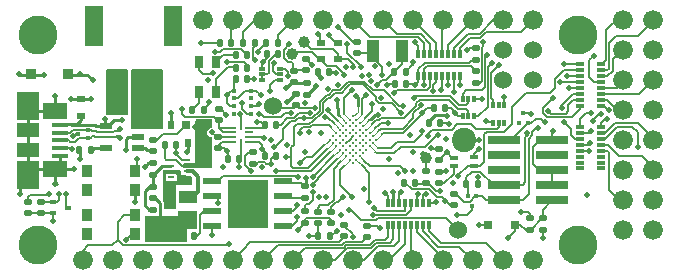
<source format=gbr>
G04 #@! TF.GenerationSoftware,KiCad,Pcbnew,(6.0.7)*
G04 #@! TF.CreationDate,2022-09-05T10:31:38-04:00*
G04 #@! TF.ProjectId,quickfeather-board,71756963-6b66-4656-9174-6865722d626f,rev?*
G04 #@! TF.SameCoordinates,Original*
G04 #@! TF.FileFunction,Copper,L1,Top*
G04 #@! TF.FilePolarity,Positive*
%FSLAX46Y46*%
G04 Gerber Fmt 4.6, Leading zero omitted, Abs format (unit mm)*
G04 Created by KiCad (PCBNEW (6.0.7)) date 2022-09-05 10:31:38*
%MOMM*%
%LPD*%
G01*
G04 APERTURE LIST*
G04 Aperture macros list*
%AMRoundRect*
0 Rectangle with rounded corners*
0 $1 Rounding radius*
0 $2 $3 $4 $5 $6 $7 $8 $9 X,Y pos of 4 corners*
0 Add a 4 corners polygon primitive as box body*
4,1,4,$2,$3,$4,$5,$6,$7,$8,$9,$2,$3,0*
0 Add four circle primitives for the rounded corners*
1,1,$1+$1,$2,$3*
1,1,$1+$1,$4,$5*
1,1,$1+$1,$6,$7*
1,1,$1+$1,$8,$9*
0 Add four rect primitives between the rounded corners*
20,1,$1+$1,$2,$3,$4,$5,0*
20,1,$1+$1,$4,$5,$6,$7,0*
20,1,$1+$1,$6,$7,$8,$9,0*
20,1,$1+$1,$8,$9,$2,$3,0*%
G04 Aperture macros list end*
G04 #@! TA.AperFunction,SMDPad,CuDef*
%ADD10R,1.050000X0.600000*%
G04 #@! TD*
G04 #@! TA.AperFunction,SMDPad,CuDef*
%ADD11R,0.900000X0.950000*%
G04 #@! TD*
G04 #@! TA.AperFunction,SMDPad,CuDef*
%ADD12RoundRect,0.147500X-0.172500X0.147500X-0.172500X-0.147500X0.172500X-0.147500X0.172500X0.147500X0*%
G04 #@! TD*
G04 #@! TA.AperFunction,SMDPad,CuDef*
%ADD13R,0.800000X0.800000*%
G04 #@! TD*
G04 #@! TA.AperFunction,SMDPad,CuDef*
%ADD14R,1.100000X1.900000*%
G04 #@! TD*
G04 #@! TA.AperFunction,SMDPad,CuDef*
%ADD15RoundRect,0.147500X-0.147500X-0.172500X0.147500X-0.172500X0.147500X0.172500X-0.147500X0.172500X0*%
G04 #@! TD*
G04 #@! TA.AperFunction,SMDPad,CuDef*
%ADD16RoundRect,0.147500X0.172500X-0.147500X0.172500X0.147500X-0.172500X0.147500X-0.172500X-0.147500X0*%
G04 #@! TD*
G04 #@! TA.AperFunction,SMDPad,CuDef*
%ADD17C,1.000000*%
G04 #@! TD*
G04 #@! TA.AperFunction,SMDPad,CuDef*
%ADD18RoundRect,0.147500X0.147500X0.172500X-0.147500X0.172500X-0.147500X-0.172500X0.147500X-0.172500X0*%
G04 #@! TD*
G04 #@! TA.AperFunction,SMDPad,CuDef*
%ADD19R,0.300000X0.300000*%
G04 #@! TD*
G04 #@! TA.AperFunction,SMDPad,CuDef*
%ADD20R,0.800000X0.600000*%
G04 #@! TD*
G04 #@! TA.AperFunction,ComponentPad*
%ADD21C,1.676400*%
G04 #@! TD*
G04 #@! TA.AperFunction,SMDPad,CuDef*
%ADD22R,1.500000X3.400000*%
G04 #@! TD*
G04 #@! TA.AperFunction,SMDPad,CuDef*
%ADD23R,1.000000X3.500000*%
G04 #@! TD*
G04 #@! TA.AperFunction,SMDPad,CuDef*
%ADD24R,2.790000X0.740000*%
G04 #@! TD*
G04 #@! TA.AperFunction,SMDPad,CuDef*
%ADD25R,0.900000X1.000000*%
G04 #@! TD*
G04 #@! TA.AperFunction,SMDPad,CuDef*
%ADD26R,0.350000X0.350000*%
G04 #@! TD*
G04 #@! TA.AperFunction,SMDPad,CuDef*
%ADD27R,1.600000X1.100000*%
G04 #@! TD*
G04 #@! TA.AperFunction,SMDPad,CuDef*
%ADD28R,0.550000X0.250000*%
G04 #@! TD*
G04 #@! TA.AperFunction,SMDPad,CuDef*
%ADD29R,0.600000X0.800000*%
G04 #@! TD*
G04 #@! TA.AperFunction,SMDPad,CuDef*
%ADD30R,0.650000X0.250000*%
G04 #@! TD*
G04 #@! TA.AperFunction,SMDPad,CuDef*
%ADD31R,0.250000X0.650000*%
G04 #@! TD*
G04 #@! TA.AperFunction,ComponentPad*
%ADD32C,1.524000*%
G04 #@! TD*
G04 #@! TA.AperFunction,SMDPad,CuDef*
%ADD33R,0.600000X0.300000*%
G04 #@! TD*
G04 #@! TA.AperFunction,SMDPad,CuDef*
%ADD34R,0.300000X0.600000*%
G04 #@! TD*
G04 #@! TA.AperFunction,SMDPad,CuDef*
%ADD35R,0.300000X0.800000*%
G04 #@! TD*
G04 #@! TA.AperFunction,ComponentPad*
%ADD36C,3.302000*%
G04 #@! TD*
G04 #@! TA.AperFunction,SMDPad,CuDef*
%ADD37R,0.800000X0.300000*%
G04 #@! TD*
G04 #@! TA.AperFunction,SMDPad,CuDef*
%ADD38R,0.750000X0.450000*%
G04 #@! TD*
G04 #@! TA.AperFunction,ComponentPad*
%ADD39C,2.060000*%
G04 #@! TD*
G04 #@! TA.AperFunction,SMDPad,CuDef*
%ADD40R,0.800000X1.000000*%
G04 #@! TD*
G04 #@! TA.AperFunction,SMDPad,CuDef*
%ADD41R,1.500000X0.500000*%
G04 #@! TD*
G04 #@! TA.AperFunction,SMDPad,CuDef*
%ADD42R,1.700000X2.000000*%
G04 #@! TD*
G04 #@! TA.AperFunction,SMDPad,CuDef*
%ADD43R,0.510000X0.400000*%
G04 #@! TD*
G04 #@! TA.AperFunction,SMDPad,CuDef*
%ADD44R,1.380000X0.450000*%
G04 #@! TD*
G04 #@! TA.AperFunction,SMDPad,CuDef*
%ADD45R,1.900000X2.375000*%
G04 #@! TD*
G04 #@! TA.AperFunction,SMDPad,CuDef*
%ADD46R,1.900000X1.175000*%
G04 #@! TD*
G04 #@! TA.AperFunction,SMDPad,CuDef*
%ADD47R,2.100000X1.475000*%
G04 #@! TD*
G04 #@! TA.AperFunction,BGAPad,CuDef*
%ADD48C,0.240000*%
G04 #@! TD*
G04 #@! TA.AperFunction,ViaPad*
%ADD49C,0.500000*%
G04 #@! TD*
G04 #@! TA.AperFunction,ViaPad*
%ADD50C,0.240000*%
G04 #@! TD*
G04 #@! TA.AperFunction,Conductor*
%ADD51C,0.150000*%
G04 #@! TD*
G04 #@! TA.AperFunction,Conductor*
%ADD52C,0.250000*%
G04 #@! TD*
G04 #@! TA.AperFunction,Conductor*
%ADD53C,0.075000*%
G04 #@! TD*
G04 #@! TA.AperFunction,Conductor*
%ADD54C,0.200000*%
G04 #@! TD*
G04 #@! TA.AperFunction,Conductor*
%ADD55C,0.300000*%
G04 #@! TD*
G04 APERTURE END LIST*
D10*
X134085300Y-105676700D03*
X134085300Y-104726700D03*
X134085300Y-103776700D03*
X131385300Y-103776700D03*
X131385300Y-105676700D03*
D11*
X128175000Y-99426700D03*
X125025000Y-99426700D03*
D12*
X135400000Y-104975000D03*
X135400000Y-105945000D03*
D13*
X139680000Y-103730000D03*
X138180000Y-103730000D03*
D14*
X154025000Y-97430000D03*
X156435000Y-97430000D03*
D15*
X155805000Y-99210000D03*
X156775000Y-99210000D03*
D16*
X148430000Y-101135000D03*
X148430000Y-100165000D03*
D15*
X137885000Y-113110000D03*
X138855000Y-113110000D03*
D12*
X150470300Y-111066700D03*
X150470300Y-112036700D03*
X148220000Y-108895000D03*
X148220000Y-109865000D03*
D17*
X148160000Y-96710000D03*
X147140000Y-97720000D03*
D12*
X148250000Y-111035000D03*
X148250000Y-112005000D03*
D18*
X145796000Y-103723000D03*
X144826000Y-103723000D03*
D16*
X148300000Y-99085000D03*
X148300000Y-98115000D03*
X140980000Y-103330000D03*
X140980000Y-102360000D03*
D19*
X129875000Y-104800000D03*
X129875000Y-104100000D03*
X129025000Y-104450000D03*
D18*
X130110300Y-105826700D03*
X129140300Y-105826700D03*
D15*
X145005000Y-97670000D03*
X145975000Y-97670000D03*
D16*
X152660000Y-97635000D03*
X152660000Y-96665000D03*
D18*
X150325000Y-99230000D03*
X149355000Y-99230000D03*
D15*
X158715000Y-103520000D03*
X159685000Y-103520000D03*
D20*
X149650000Y-98150000D03*
X149650000Y-96750000D03*
D18*
X145800000Y-106320000D03*
X144830000Y-106320000D03*
D20*
X151040000Y-98150000D03*
X151040000Y-96750000D03*
D15*
X156625000Y-108590000D03*
X157595000Y-108590000D03*
D12*
X162720000Y-99185000D03*
X162720000Y-100155000D03*
D21*
X167537000Y-115187000D03*
X164997000Y-115187000D03*
X162457000Y-115187000D03*
X159917000Y-115187000D03*
X157377000Y-115187000D03*
X154837000Y-115187000D03*
X152297000Y-115187000D03*
X149757000Y-115187000D03*
X147217000Y-115187000D03*
X144677000Y-115187000D03*
X142137000Y-115187000D03*
X139597000Y-115187000D03*
X137047000Y-115187000D03*
X134507000Y-115187000D03*
X131967000Y-115187000D03*
X129427000Y-115187000D03*
D22*
X130419100Y-95350000D03*
X137119100Y-95350000D03*
D23*
X132769100Y-100900000D03*
X134769100Y-100900000D03*
D18*
X139685000Y-102420000D03*
X138715000Y-102420000D03*
D24*
X169195000Y-110083600D03*
X165125000Y-110083600D03*
X169195000Y-108813600D03*
X165125000Y-108813600D03*
X169195000Y-107543600D03*
X165125000Y-107543600D03*
X169195000Y-106273600D03*
X165125000Y-106273600D03*
X169195000Y-105003600D03*
X165125000Y-105003600D03*
D18*
X162875000Y-108740000D03*
X161905000Y-108740000D03*
X143355000Y-97790000D03*
X142385000Y-97790000D03*
D12*
X159570000Y-105725000D03*
X159570000Y-106695000D03*
D25*
X133880000Y-107650000D03*
X133880000Y-109250000D03*
X129780000Y-107650000D03*
X129780000Y-109250000D03*
D15*
X142385000Y-99850000D03*
X143355000Y-99850000D03*
D26*
X143675000Y-100810000D03*
X143675000Y-101460000D03*
X143675000Y-102110000D03*
X143675000Y-102760000D03*
X142225000Y-102760000D03*
X142225000Y-102110000D03*
X142225000Y-101460000D03*
X142225000Y-100810000D03*
D27*
X138380000Y-109830000D03*
X138380000Y-111630000D03*
D16*
X135390000Y-107935000D03*
X135390000Y-106965000D03*
D28*
X136935000Y-106650000D03*
X136935000Y-107150000D03*
X136935000Y-107650000D03*
X136935000Y-108150000D03*
X138285000Y-108150000D03*
X138285000Y-107650000D03*
X138285000Y-107150000D03*
X138285000Y-106650000D03*
D16*
X135380000Y-111865000D03*
X135380000Y-110895000D03*
X135400000Y-109925000D03*
X135400000Y-108955000D03*
D29*
X139750000Y-105200000D03*
X138350000Y-105200000D03*
D20*
X136680000Y-111880000D03*
X136680000Y-110480000D03*
X129290000Y-102930000D03*
X129290000Y-101530000D03*
D18*
X143345000Y-98900000D03*
X142375000Y-98900000D03*
D16*
X147480000Y-102055000D03*
X147480000Y-101085000D03*
D19*
X166400000Y-103565000D03*
X167100000Y-103565000D03*
X166750000Y-102715000D03*
D29*
X135490000Y-103720000D03*
X136890000Y-103720000D03*
D12*
X149360000Y-111055000D03*
X149360000Y-112025000D03*
D16*
X159560000Y-108625000D03*
X159560000Y-107655000D03*
D12*
X168380000Y-111615000D03*
X168380000Y-112585000D03*
X124800000Y-110205000D03*
X124800000Y-111175000D03*
X158520000Y-107645000D03*
X158520000Y-108615000D03*
D30*
X143500000Y-105145000D03*
X143500000Y-104750000D03*
X143500000Y-104350000D03*
X143500000Y-103950000D03*
D31*
X142800000Y-103800000D03*
D30*
X142100000Y-103950000D03*
X142100000Y-104350000D03*
X142100000Y-104750000D03*
X142100000Y-105145000D03*
D31*
X142800000Y-105240000D03*
D16*
X140901000Y-105678000D03*
X140901000Y-104708000D03*
X143841000Y-106978000D03*
X143841000Y-106008000D03*
D15*
X141696000Y-106623000D03*
X142666000Y-106623000D03*
D32*
X167551000Y-97383000D03*
X167531000Y-99923000D03*
D16*
X167270300Y-112586700D03*
X167270300Y-111616700D03*
D25*
X133880000Y-111350000D03*
X133880000Y-112950000D03*
X129780000Y-111350000D03*
X129780000Y-112950000D03*
D33*
X146130000Y-99940000D03*
X146130000Y-99440000D03*
X146130000Y-98940000D03*
X144630000Y-98940000D03*
X144630000Y-99440000D03*
X144630000Y-99940000D03*
D34*
X164140000Y-103510000D03*
X164640000Y-103510000D03*
X165140000Y-103510000D03*
X165140000Y-102010000D03*
X164640000Y-102010000D03*
X164140000Y-102010000D03*
X161590000Y-102980000D03*
X162090000Y-102980000D03*
X162590000Y-102980000D03*
X162590000Y-101480000D03*
X162090000Y-101480000D03*
X161590000Y-101480000D03*
D32*
X165011100Y-97383600D03*
X164991100Y-99923600D03*
D16*
X162730000Y-98185000D03*
X162730000Y-97215000D03*
D18*
X145955000Y-96750000D03*
X144985000Y-96750000D03*
D15*
X143015000Y-96740000D03*
X143985000Y-96740000D03*
D18*
X142025000Y-96750000D03*
X141055000Y-96750000D03*
D35*
X155240000Y-112160000D03*
X155740000Y-112160000D03*
X156240000Y-112160000D03*
X156740000Y-112160000D03*
X157240000Y-112160000D03*
X157740000Y-112160000D03*
X158240000Y-112160000D03*
X158740000Y-112160000D03*
X158740000Y-110360000D03*
X158240000Y-110360000D03*
X157740000Y-110360000D03*
X157240000Y-110360000D03*
X156740000Y-110360000D03*
X156240000Y-110360000D03*
X155740000Y-110360000D03*
X155240000Y-110360000D03*
D36*
X125655100Y-96089600D03*
X125655100Y-113869600D03*
X171375100Y-113869600D03*
X171375100Y-96089600D03*
D37*
X171511000Y-98593000D03*
X171511000Y-99093000D03*
X171511000Y-99593000D03*
X171511000Y-100093000D03*
X171511000Y-100593000D03*
X171511000Y-101093000D03*
X171511000Y-101593000D03*
X171511000Y-102093000D03*
X173311000Y-102093000D03*
X173311000Y-101593000D03*
X173311000Y-101093000D03*
X173311000Y-100593000D03*
X173311000Y-100093000D03*
X173311000Y-99593000D03*
X173311000Y-99093000D03*
X173311000Y-98593000D03*
D38*
X160840000Y-107170000D03*
X160840000Y-106470000D03*
X162540000Y-107170000D03*
X162540000Y-106460000D03*
D39*
X161690000Y-104980000D03*
D18*
X156815000Y-100260000D03*
X155845000Y-100260000D03*
X160135000Y-102250000D03*
X159165000Y-102250000D03*
D19*
X162730000Y-109745000D03*
X162030000Y-109745000D03*
X162380000Y-110595000D03*
D40*
X140700000Y-98380000D03*
X140700000Y-100880000D03*
X139300000Y-100880000D03*
X139300000Y-98380000D03*
D35*
X157850000Y-99540000D03*
X158350000Y-99540000D03*
X158850000Y-99540000D03*
X159350000Y-99540000D03*
X159850000Y-99540000D03*
X160350000Y-99540000D03*
X160850000Y-99540000D03*
X161350000Y-99540000D03*
X161350000Y-97740000D03*
X160850000Y-97740000D03*
X160350000Y-97740000D03*
X159850000Y-97740000D03*
X159350000Y-97740000D03*
X158850000Y-97740000D03*
X158350000Y-97740000D03*
X157850000Y-97740000D03*
D17*
X158530000Y-106490000D03*
D32*
X145550000Y-102070000D03*
X161196000Y-112624000D03*
D16*
X160850000Y-110515000D03*
X160850000Y-109545000D03*
D12*
X147350000Y-99125000D03*
X147350000Y-100095000D03*
D13*
X163770300Y-112151700D03*
X166020300Y-112151700D03*
D21*
X139611000Y-94843000D03*
X142151000Y-94843000D03*
X144691000Y-94843000D03*
X147231000Y-94843000D03*
X149771000Y-94843000D03*
X152311000Y-94843000D03*
X154851000Y-94843000D03*
X157391000Y-94843000D03*
X159931000Y-94843000D03*
X162471000Y-94843000D03*
X165011000Y-94843000D03*
X167551000Y-94843000D03*
X175195000Y-94857000D03*
X177711000Y-94843000D03*
X175195000Y-97383000D03*
X177711000Y-97383000D03*
X175171000Y-99923000D03*
X177711000Y-99923000D03*
X175195000Y-102463000D03*
X177711000Y-102463000D03*
X175171000Y-105003000D03*
X177711000Y-105003000D03*
X175195000Y-107543000D03*
X177711000Y-107543000D03*
X175171000Y-110083000D03*
X177711000Y-110083000D03*
X175171000Y-112623000D03*
X177711000Y-112623000D03*
D37*
X171511000Y-103893000D03*
X171511000Y-104393000D03*
X171511000Y-104893000D03*
X171511000Y-105393000D03*
X171511000Y-105893000D03*
X171511000Y-106393000D03*
X171511000Y-106893000D03*
X171511000Y-107393000D03*
X173311000Y-107393000D03*
X173311000Y-106893000D03*
X173311000Y-106393000D03*
X173311000Y-105893000D03*
X173311000Y-105393000D03*
X173311000Y-104893000D03*
X173311000Y-104393000D03*
X173311000Y-103893000D03*
D41*
X140400000Y-108495000D03*
X140400000Y-109765000D03*
X140400000Y-111035000D03*
X140400000Y-112305000D03*
X146400000Y-112305000D03*
X146400000Y-111035000D03*
X146400000Y-109765000D03*
X146400000Y-108495000D03*
D42*
X144250000Y-109400000D03*
X142550000Y-109400000D03*
X144250000Y-111400000D03*
X142550000Y-111400000D03*
D12*
X125870300Y-110216700D03*
X125870300Y-111186700D03*
D43*
X126895300Y-110201700D03*
X126895300Y-111201700D03*
X128195300Y-110701700D03*
D15*
X136360300Y-105426700D03*
X137330300Y-105426700D03*
D44*
X127480000Y-103703600D03*
X127480000Y-104353600D03*
X127480000Y-105003600D03*
X127480000Y-105653600D03*
X127480000Y-106303600D03*
D45*
X124820000Y-107916100D03*
D46*
X124820000Y-104166100D03*
X124820000Y-105841100D03*
D45*
X124820000Y-102091100D03*
D47*
X127120000Y-102541100D03*
X127120000Y-107466100D03*
D18*
X150330300Y-113101700D03*
X149360300Y-113101700D03*
D12*
X153495300Y-112241700D03*
X153495300Y-113211700D03*
X151570300Y-112166700D03*
X151570300Y-113136700D03*
D48*
X150347401Y-104948700D03*
X150630244Y-104665857D03*
X150913086Y-104383015D03*
X151195929Y-104100172D03*
X151478772Y-103817329D03*
X151761615Y-103534486D03*
X152044457Y-103251644D03*
X152327300Y-102968801D03*
X150630244Y-105231543D03*
X150913086Y-104948700D03*
X151195929Y-104665857D03*
X151478772Y-104383015D03*
X151761615Y-104100172D03*
X152044457Y-103817329D03*
X152327300Y-103534486D03*
X152610143Y-103251644D03*
X150913086Y-105514385D03*
X151195929Y-105231543D03*
X151478772Y-104948700D03*
X151761615Y-104665857D03*
X152044457Y-104383015D03*
X152327300Y-104100172D03*
X152610143Y-103817329D03*
X152892985Y-103534486D03*
X151195929Y-105797228D03*
X151478772Y-105514385D03*
X151761615Y-105231543D03*
X152044457Y-104948700D03*
X152327300Y-104665857D03*
X152610143Y-104383015D03*
X152892985Y-104100172D03*
X153175828Y-103817329D03*
X151478772Y-106080071D03*
X151761615Y-105797228D03*
X152044457Y-105514385D03*
X152327300Y-105231543D03*
X152610143Y-104948700D03*
X152892985Y-104665857D03*
X153175828Y-104383015D03*
X153458671Y-104100172D03*
X151761615Y-106362914D03*
X152044457Y-106080071D03*
X152327300Y-105797228D03*
X152610143Y-105514385D03*
X152892985Y-105231543D03*
X153175828Y-104948700D03*
X153458671Y-104665857D03*
X153741514Y-104383015D03*
X152044457Y-106645756D03*
X152327300Y-106362914D03*
X152610143Y-106080071D03*
X152892985Y-105797228D03*
X153175828Y-105514385D03*
X153458671Y-105231543D03*
X153741514Y-104948700D03*
X154024356Y-104665857D03*
X152327300Y-106928599D03*
X152610143Y-106645756D03*
X152892985Y-106362914D03*
X153175828Y-106080071D03*
X153458671Y-105797228D03*
X153741514Y-105514385D03*
X154024356Y-105231543D03*
X154307199Y-104948700D03*
D49*
X136470000Y-108800000D03*
X137100000Y-109290000D03*
X131800000Y-102500000D03*
X144606000Y-105755000D03*
X133070300Y-105826700D03*
X168400000Y-113300000D03*
X163250000Y-101500000D03*
D50*
X152610143Y-106080071D03*
D49*
X124165000Y-109540000D03*
X138300000Y-106000000D03*
X167350000Y-102750000D03*
X136880000Y-102710000D03*
X133060000Y-113475000D03*
X133900000Y-110200000D03*
X157397034Y-98401177D03*
X146670000Y-100560000D03*
D50*
X152327300Y-104665857D03*
D49*
X140356951Y-104344008D03*
X160960000Y-102710000D03*
X131800000Y-101700000D03*
X144500000Y-101200000D03*
X165120000Y-101360000D03*
X128580549Y-104689368D03*
X128690000Y-107480000D03*
X130110000Y-101540000D03*
X146710000Y-101760000D03*
X136470000Y-109710000D03*
X126900000Y-111826700D03*
X149566557Y-99776421D03*
X161111000Y-111343000D03*
X127120000Y-108680000D03*
X143950000Y-99840000D03*
X158918311Y-105678077D03*
X162945000Y-105760001D03*
X162970300Y-112151700D03*
X149350000Y-96020000D03*
X140400000Y-113010000D03*
X134680002Y-107270000D03*
X159646770Y-109337044D03*
X162990000Y-104980000D03*
X163592667Y-103407333D03*
X155209800Y-100356700D03*
D50*
X152610143Y-104948700D03*
D49*
X160454984Y-103670000D03*
X169211000Y-104193000D03*
X145259124Y-100850876D03*
X131800000Y-100900000D03*
X152580800Y-101226700D03*
X150300000Y-96080000D03*
X127120000Y-101220000D03*
X151030000Y-95400000D03*
D50*
X152327300Y-102968801D03*
D49*
X128420000Y-101530000D03*
X144205000Y-103463000D03*
X135100000Y-112910000D03*
X135800000Y-112910000D03*
X151760000Y-98810000D03*
X165440000Y-113270000D03*
X141681000Y-105953000D03*
D50*
X152327300Y-105231543D03*
D49*
X141670000Y-101140000D03*
X162900000Y-108100000D03*
X160287067Y-106035511D03*
X149615300Y-104426700D03*
X148305300Y-108176700D03*
X140500000Y-99310000D03*
X149172194Y-100424565D03*
X149424499Y-109842700D03*
X136500000Y-112910000D03*
D50*
X152892985Y-104665857D03*
D49*
X145401000Y-105013000D03*
X137800000Y-102370000D03*
X150925300Y-101596700D03*
D50*
X151195929Y-105231543D03*
D49*
X150920000Y-99320000D03*
X145401000Y-107018000D03*
X154395300Y-102836700D03*
X153648888Y-99462690D03*
X160240000Y-102980000D03*
X160120000Y-110110000D03*
X137200000Y-112910000D03*
X132550000Y-104075000D03*
X148620300Y-113076700D03*
X147680000Y-112590000D03*
X132550000Y-104825000D03*
X154360800Y-100356200D03*
X153447973Y-101183692D03*
X154785300Y-99507200D03*
X153925172Y-101907162D03*
X150159301Y-100638833D03*
X167050000Y-104405000D03*
X150174800Y-102486700D03*
X153712412Y-110269256D03*
X147670000Y-108090000D03*
D50*
X151761615Y-105797228D03*
D49*
X151325300Y-111366700D03*
X147595300Y-111526700D03*
X154005300Y-111322200D03*
X156725300Y-107644488D03*
X157780000Y-109600000D03*
X140895300Y-110360000D03*
X154096383Y-110729657D03*
D50*
X152327300Y-105797228D03*
D49*
X147595300Y-110526700D03*
D50*
X152327300Y-106362914D03*
D49*
X151495300Y-109842700D03*
X156530800Y-102086700D03*
X160350000Y-100350000D03*
X148199500Y-103165200D03*
D50*
X150630244Y-104665857D03*
D49*
X145614424Y-105614031D03*
X141600000Y-102850000D03*
X142781000Y-102823000D03*
X143671000Y-107628000D03*
X145781000Y-107628000D03*
X144801000Y-104775000D03*
X144381000Y-101903000D03*
X161350000Y-100350000D03*
X156387732Y-102668881D03*
X142671000Y-107300522D03*
X144621000Y-107300522D03*
X142930000Y-101815000D03*
X160850000Y-100900000D03*
X146645300Y-106386700D03*
X145625078Y-98456261D03*
X158220000Y-106149958D03*
X155360000Y-98570000D03*
D50*
X153175828Y-104948700D03*
D49*
X151840002Y-96890000D03*
X152259800Y-100715894D03*
X152978211Y-98809500D03*
X146910000Y-96890000D03*
X146791000Y-99603000D03*
X148850000Y-98600000D03*
X139300000Y-104500000D03*
X140160000Y-105120000D03*
X132790000Y-103290000D03*
X131300000Y-103200000D03*
X124050000Y-99440000D03*
X138981000Y-103873000D03*
X126130000Y-99450000D03*
X135800000Y-101200000D03*
X135800000Y-102700000D03*
X140030000Y-99940000D03*
X130265300Y-99926700D03*
X144696611Y-98354044D03*
X135800000Y-101900000D03*
X129210000Y-99440000D03*
D50*
X152044457Y-103817329D03*
D49*
X151585300Y-99446700D03*
X152359502Y-98809500D03*
D50*
X152327300Y-103534486D03*
D49*
X164060000Y-98450000D03*
X141610000Y-98344990D03*
X140140000Y-101730000D03*
X163650010Y-97810000D03*
X164710000Y-98670000D03*
X140670000Y-97530000D03*
D50*
X151195929Y-104665857D03*
D49*
X133990000Y-106620000D03*
X172461000Y-104243000D03*
X141290000Y-107300000D03*
X148560000Y-104310000D03*
X160792135Y-108588809D03*
X148903974Y-108145191D03*
X159745300Y-100716700D03*
X153235300Y-109166700D03*
X168545300Y-103426700D03*
X166570300Y-111051700D03*
X155298321Y-103573617D03*
X141850000Y-113830000D03*
X148965610Y-108757541D03*
X159350000Y-110250000D03*
X158520000Y-109600000D03*
X152215300Y-109842700D03*
X157465300Y-101406700D03*
X158135300Y-104256700D03*
D50*
X153741514Y-104948700D03*
D49*
X158650500Y-104688902D03*
X157570000Y-96730000D03*
D50*
X152327300Y-104100172D03*
D49*
X154665300Y-101446700D03*
X167970000Y-103980000D03*
X128490000Y-105710000D03*
X126620000Y-109540000D03*
X163342721Y-96705637D03*
X148288271Y-105974559D03*
D50*
X151478772Y-104948700D03*
D49*
X172461000Y-102693000D03*
X147815300Y-104406700D03*
X170160479Y-103492479D03*
X172116216Y-109654990D03*
X148658258Y-102740700D03*
D50*
X151761615Y-104665857D03*
D49*
X172411000Y-105243000D03*
X149075300Y-102306700D03*
D50*
X151478772Y-104383015D03*
D49*
X149911243Y-103042643D03*
X172261000Y-105893000D03*
X153856490Y-100032050D03*
D50*
X152044457Y-104383015D03*
D49*
X170011324Y-102245000D03*
X168811000Y-102493000D03*
D50*
X151761615Y-104100172D03*
D49*
X151085467Y-100301200D03*
X157375300Y-105971200D03*
D50*
X152610143Y-104383015D03*
D49*
X155716505Y-109409499D03*
X154894883Y-102326617D03*
X153061203Y-99581131D03*
X152295300Y-113176700D03*
D50*
X152610143Y-103817329D03*
X152892985Y-104100172D03*
D49*
X155770133Y-101021533D03*
D50*
X153175828Y-104383015D03*
D49*
X159123149Y-100872104D03*
X158100000Y-102050000D03*
X157600000Y-100364990D03*
X158361979Y-100364990D03*
X158118368Y-102689768D03*
X170411000Y-99543000D03*
X159500000Y-104555010D03*
D50*
X153458319Y-105231531D03*
D49*
X169886000Y-100043000D03*
X160215300Y-104916700D03*
X157180467Y-104561533D03*
X155000000Y-109500000D03*
D50*
X153458671Y-104665857D03*
X153175828Y-105514385D03*
D49*
X160220039Y-107644990D03*
X173311528Y-102742472D03*
X170211000Y-98593000D03*
X157364779Y-107644990D03*
X172611000Y-103393000D03*
X147100000Y-102725000D03*
D50*
X153458671Y-105797228D03*
D49*
X144320000Y-102820000D03*
X139450000Y-96800000D03*
X155375300Y-106596700D03*
D50*
X152892985Y-105797228D03*
D49*
X170611000Y-100593000D03*
D50*
X153175828Y-106080071D03*
D49*
X144054990Y-98250000D03*
D50*
X152044457Y-105514385D03*
D49*
X148233758Y-101891200D03*
X144280000Y-97550000D03*
X148945300Y-109356700D03*
D50*
X152327300Y-106928599D03*
D49*
X147794800Y-106953500D03*
X156394472Y-109374472D03*
X146695300Y-105396700D03*
X154145300Y-98729502D03*
D50*
X150913086Y-104948700D03*
D49*
X169210019Y-101468283D03*
X162010000Y-97390000D03*
X161225300Y-108069490D03*
D50*
X152892985Y-105231543D03*
D49*
X156144241Y-107792048D03*
X173861000Y-103193000D03*
X173961000Y-102443000D03*
X176411000Y-105543000D03*
X172711000Y-97843000D03*
X137365000Y-106070000D03*
X127395300Y-109526700D03*
X129180000Y-106580000D03*
X128045300Y-109526700D03*
X154575300Y-112474032D03*
D50*
X152610143Y-105514385D03*
D49*
X151955300Y-110942200D03*
D50*
X152044457Y-106080071D03*
X151478772Y-105514385D03*
D49*
X150024002Y-109842700D03*
X150945300Y-112651700D03*
D51*
X160135000Y-102250000D02*
X160580000Y-102250000D01*
X166750000Y-102715000D02*
X167315000Y-102715000D01*
D52*
X125270000Y-102541100D02*
X124820000Y-102091100D01*
D51*
X157397034Y-98602966D02*
X157397034Y-98401177D01*
X158445000Y-108690000D02*
X158520000Y-108615000D01*
X140961000Y-104538000D02*
X141173000Y-104750000D01*
X143940000Y-99850000D02*
X143950000Y-99840000D01*
D52*
X127480000Y-107106100D02*
X127120000Y-107466100D01*
X133070300Y-104934700D02*
X133275000Y-104730000D01*
D51*
X149550000Y-96220000D02*
X149350000Y-96020000D01*
D52*
X133880000Y-110180000D02*
X133900000Y-110200000D01*
D51*
X148430000Y-100125000D02*
X147310000Y-100125000D01*
X144673000Y-103950000D02*
X143500000Y-103950000D01*
D53*
X152705300Y-102590801D02*
X152705300Y-102066700D01*
D51*
X150840000Y-96750000D02*
X150300000Y-96210000D01*
D52*
X127480000Y-106303600D02*
X127480000Y-107106100D01*
X128676100Y-107466100D02*
X128690000Y-107480000D01*
D51*
X144566000Y-103463000D02*
X144205000Y-103463000D01*
X160813661Y-102483661D02*
X160813661Y-102567429D01*
X151040000Y-96750000D02*
X150840000Y-96750000D01*
X140720943Y-104708000D02*
X140356951Y-104344008D01*
X144676000Y-103953000D02*
X144673000Y-103950000D01*
X152660000Y-96665000D02*
X152295000Y-96665000D01*
X144826000Y-103723000D02*
X144566000Y-103463000D01*
X160580000Y-102250000D02*
X160813661Y-102483661D01*
X144393000Y-105145000D02*
X144631000Y-105383000D01*
X168126400Y-105003600D02*
X169195000Y-105003600D01*
D52*
X138350000Y-105950000D02*
X138300000Y-106000000D01*
D51*
X141173000Y-104750000D02*
X142100000Y-104750000D01*
D52*
X147105000Y-100125000D02*
X146670000Y-100560000D01*
D51*
X126900000Y-111175000D02*
X126900000Y-111826700D01*
D52*
X124145000Y-107916100D02*
X124145000Y-109520000D01*
X134985002Y-106965000D02*
X134680002Y-107270000D01*
X127120000Y-108565000D02*
X127235000Y-108680000D01*
D53*
X152705300Y-102066700D02*
X152745300Y-102106700D01*
D51*
X144830000Y-105979000D02*
X144606000Y-105755000D01*
X140901000Y-104708000D02*
X140720943Y-104708000D01*
D52*
X136890000Y-103720000D02*
X136890000Y-102720000D01*
X129290000Y-101530000D02*
X128420000Y-101530000D01*
D51*
X133880000Y-112950000D02*
X133585000Y-112950000D01*
X146105000Y-99940000D02*
X145680000Y-99940000D01*
X160404634Y-103520000D02*
X160454984Y-103570350D01*
X143670000Y-100810000D02*
X144110000Y-100810000D01*
X157350000Y-98650000D02*
X157397034Y-98602966D01*
X144631000Y-105383000D02*
X144631000Y-105730000D01*
X133585000Y-112950000D02*
X133060000Y-113475000D01*
X161063660Y-102817428D02*
X160813661Y-102567429D01*
X126895300Y-111201700D02*
X124826700Y-111201700D01*
X163670334Y-103485000D02*
X163592667Y-103407333D01*
X156790000Y-99210000D02*
X157350000Y-98650000D01*
D52*
X125270000Y-107466100D02*
X124820000Y-107916100D01*
X133880000Y-109250000D02*
X133880000Y-110180000D01*
X130100000Y-101530000D02*
X130110000Y-101540000D01*
D51*
X145680000Y-99940000D02*
X145270000Y-100350000D01*
X142545000Y-101460000D02*
X143195000Y-100810000D01*
X149355000Y-99230000D02*
X149355000Y-99564864D01*
X169195000Y-107543600D02*
X168043600Y-107543600D01*
X152044457Y-104948700D02*
X151761615Y-105231543D01*
X145270000Y-100840000D02*
X145259124Y-100850876D01*
X147280000Y-100095000D02*
X147135000Y-100095000D01*
X168043600Y-107543600D02*
X167520000Y-107020000D01*
X162970300Y-112151700D02*
X163770300Y-112151700D01*
D52*
X124820000Y-107916100D02*
X124820000Y-102091100D01*
D51*
X169195000Y-105003600D02*
X169195000Y-104209000D01*
X167315000Y-102715000D02*
X167350000Y-102750000D01*
D53*
X152745300Y-102106700D02*
X152745300Y-102536700D01*
D51*
X168380000Y-113280000D02*
X168400000Y-113300000D01*
D52*
X136890000Y-102720000D02*
X136880000Y-102710000D01*
D51*
X164140000Y-103485000D02*
X163670334Y-103485000D01*
X169195000Y-104209000D02*
X169211000Y-104193000D01*
X162540000Y-106460000D02*
X162540000Y-106165001D01*
X163245000Y-101505000D02*
X163250000Y-101500000D01*
X158965234Y-105725000D02*
X158918311Y-105678077D01*
X158520000Y-108615000D02*
X158655000Y-108615000D01*
X150300000Y-96210000D02*
X150300000Y-96080000D01*
D52*
X129290000Y-101530000D02*
X130100000Y-101530000D01*
D51*
X143195000Y-100810000D02*
X143670000Y-100810000D01*
X162540000Y-106165001D02*
X162945000Y-105760001D01*
D52*
X148430000Y-100125000D02*
X147105000Y-100125000D01*
D51*
X155306500Y-100260000D02*
X155845000Y-100260000D01*
X167520000Y-107020000D02*
X167520000Y-105610000D01*
X159377044Y-109337044D02*
X159646770Y-109337044D01*
X168380000Y-112585000D02*
X168380000Y-113280000D01*
D52*
X147385000Y-101085000D02*
X146710000Y-101760000D01*
D51*
X144631000Y-105730000D02*
X144606000Y-105755000D01*
X144706000Y-103603000D02*
X144706000Y-103923000D01*
X161590000Y-102955000D02*
X161201232Y-102955000D01*
D52*
X127120000Y-107466100D02*
X127120000Y-108565000D01*
D51*
X149355000Y-99564864D02*
X149566557Y-99776421D01*
X124826700Y-111201700D02*
X124800000Y-111175000D01*
X165135300Y-102030300D02*
X165135300Y-101375300D01*
X129025000Y-104450000D02*
X128819917Y-104450000D01*
X144830000Y-106320000D02*
X144830000Y-105979000D01*
X156775000Y-99210000D02*
X156790000Y-99210000D01*
X155209800Y-100356700D02*
X155306500Y-100260000D01*
X160813661Y-102543416D02*
X160813661Y-102567429D01*
X144706000Y-103923000D02*
X144676000Y-103953000D01*
X145270000Y-100350000D02*
X145270000Y-100840000D01*
X158655000Y-108615000D02*
X159377044Y-109337044D01*
X162380000Y-110595000D02*
X162380000Y-110895000D01*
X140400000Y-112305000D02*
X140400000Y-113010000D01*
X142220000Y-101460000D02*
X142545000Y-101460000D01*
X159570000Y-105725000D02*
X158965234Y-105725000D01*
X143355000Y-99850000D02*
X143940000Y-99850000D01*
X169195000Y-108813600D02*
X169195000Y-107543600D01*
X128819917Y-104450000D02*
X128580549Y-104689368D01*
X144110000Y-100810000D02*
X144500000Y-101200000D01*
X157505000Y-108690000D02*
X158445000Y-108690000D01*
D52*
X127120000Y-102541100D02*
X125270000Y-102541100D01*
X127120000Y-107466100D02*
X128676100Y-107466100D01*
X152705300Y-101351200D02*
X152705300Y-102066700D01*
X138350000Y-105200000D02*
X138350000Y-105950000D01*
X147480000Y-101085000D02*
X147385000Y-101085000D01*
D51*
X162380000Y-110895000D02*
X161932000Y-111343000D01*
X147135000Y-100095000D02*
X146670000Y-100560000D01*
X147310000Y-100125000D02*
X147280000Y-100095000D01*
X167520000Y-105610000D02*
X168126400Y-105003600D01*
X161932000Y-111343000D02*
X161111000Y-111343000D01*
D52*
X152580800Y-101226700D02*
X152705300Y-101351200D01*
X127120000Y-107466100D02*
X125270000Y-107466100D01*
D51*
X152044457Y-104948700D02*
X152327300Y-104665857D01*
D52*
X127120000Y-102541100D02*
X127120000Y-101220000D01*
X135390000Y-106965000D02*
X134985002Y-106965000D01*
D51*
X152295000Y-96665000D02*
X151030000Y-95400000D01*
D52*
X133070300Y-105826700D02*
X133070300Y-104934700D01*
D51*
X161201232Y-102955000D02*
X161063660Y-102817428D01*
D53*
X152327300Y-102968801D02*
X152705300Y-102590801D01*
D51*
X159685000Y-103520000D02*
X160404634Y-103520000D01*
X149550000Y-96750000D02*
X149550000Y-96220000D01*
D52*
X161690000Y-104980000D02*
X162990000Y-104980000D01*
D51*
X143500000Y-105145000D02*
X144393000Y-105145000D01*
X162590000Y-101505000D02*
X163245000Y-101505000D01*
D52*
X133275000Y-104730000D02*
X134050000Y-104730000D01*
X160100000Y-102840000D02*
X160240000Y-102980000D01*
D51*
X139630000Y-99360000D02*
X140430000Y-99360000D01*
X142100000Y-104350000D02*
X141319100Y-104350000D01*
X159409438Y-109823248D02*
X159838248Y-109823248D01*
X141112100Y-105273000D02*
X141111000Y-105273000D01*
D52*
X148430000Y-101095000D02*
X148501759Y-101095000D01*
X154155300Y-102836700D02*
X153825300Y-103166700D01*
D53*
X151761615Y-103534486D02*
X151305300Y-103078171D01*
D51*
X147915000Y-108590000D02*
X148220000Y-108895000D01*
X141406000Y-105678000D02*
X141681000Y-105953000D01*
X140980000Y-103934000D02*
X140980000Y-103330000D01*
D52*
X136054999Y-111884999D02*
X136675001Y-111884999D01*
D51*
X168357000Y-111615000D02*
X167385300Y-112586700D01*
X140520000Y-103000000D02*
X138064292Y-103000000D01*
X143841000Y-106978000D02*
X144161000Y-106978000D01*
X136054999Y-111884999D02*
X136059998Y-111880000D01*
X160122500Y-110107500D02*
X160530000Y-110515000D01*
D52*
X159240000Y-102840000D02*
X160100000Y-102840000D01*
D51*
X140850000Y-103330000D02*
X140520000Y-103000000D01*
X142000000Y-100810000D02*
X142220000Y-100810000D01*
D52*
X138370000Y-111780000D02*
X137960000Y-111780000D01*
X136675001Y-111884999D02*
X136680000Y-111880000D01*
D51*
X160122500Y-110107500D02*
X160120000Y-110110000D01*
X137814812Y-102750520D02*
X137814812Y-102384812D01*
X141696000Y-106623000D02*
X141696000Y-105968000D01*
D52*
X136680000Y-111880000D02*
X138130000Y-111880000D01*
X158715000Y-103365000D02*
X159240000Y-102840000D01*
X137200000Y-112910000D02*
X137685000Y-112910000D01*
X136500000Y-112060000D02*
X136680000Y-111880000D01*
X151085300Y-102326700D02*
X151085300Y-102858171D01*
D51*
X162875000Y-108740000D02*
X162875000Y-108125000D01*
X144161000Y-106978000D02*
X144263479Y-106875521D01*
D52*
X138130000Y-111880000D02*
X138380000Y-111630000D01*
D51*
X141242100Y-105143000D02*
X141112100Y-105273000D01*
X140980000Y-104010900D02*
X140980000Y-103330000D01*
X144833521Y-106875521D02*
X144976000Y-107018000D01*
X142100000Y-103950000D02*
X140996000Y-103950000D01*
D52*
X135573600Y-109925000D02*
X135990000Y-110341400D01*
X138370000Y-111780000D02*
X138370000Y-111730000D01*
D51*
X166020300Y-112151700D02*
X166020300Y-112689700D01*
X138064292Y-103000000D02*
X137814812Y-102750520D01*
D52*
X135800000Y-112910000D02*
X136500000Y-112910000D01*
D51*
X166020300Y-112689700D02*
X165440000Y-113270000D01*
X139300000Y-98380000D02*
X139300000Y-99030000D01*
D53*
X153615300Y-103377857D02*
X153615300Y-103376700D01*
D51*
X141670000Y-101885000D02*
X141670000Y-101140000D01*
D52*
X150925300Y-102166700D02*
X151085300Y-102326700D01*
D51*
X146400000Y-108495000D02*
X146495000Y-108590000D01*
D52*
X136500000Y-112910000D02*
X136500000Y-112060000D01*
D51*
X142220000Y-100015000D02*
X142385000Y-99850000D01*
X141541000Y-105143000D02*
X141242100Y-105143000D01*
X141670000Y-101140000D02*
X142000000Y-100810000D01*
X168380000Y-111615000D02*
X168357000Y-111615000D01*
X141696000Y-105968000D02*
X141681000Y-105953000D01*
D52*
X135399999Y-111884999D02*
X135380000Y-111865000D01*
D51*
X159570000Y-106695000D02*
X159627578Y-106695000D01*
X144976000Y-107018000D02*
X145401000Y-107018000D01*
X145401000Y-107018000D02*
X145401000Y-106571000D01*
D52*
X150925300Y-101596700D02*
X150925300Y-102166700D01*
X135990000Y-110341400D02*
X135990000Y-111820000D01*
D51*
X151085300Y-102858171D02*
X151305300Y-103078171D01*
X141111000Y-105273000D02*
X140901000Y-105483000D01*
X142220000Y-100810000D02*
X142220000Y-100015000D01*
D52*
X154395300Y-102836700D02*
X154155300Y-102836700D01*
D51*
X146495000Y-108590000D02*
X147915000Y-108590000D01*
X139300000Y-99030000D02*
X139630000Y-99360000D01*
D52*
X137685000Y-112910000D02*
X137885000Y-113110000D01*
D51*
X159838248Y-109823248D02*
X160122500Y-110107500D01*
X140901000Y-105483000D02*
X140901000Y-105678000D01*
X168380000Y-111615000D02*
X168380000Y-110898600D01*
X159627578Y-106695000D02*
X160287067Y-106035511D01*
X141895000Y-102110000D02*
X141670000Y-101885000D01*
X140996000Y-103950000D02*
X140980000Y-103934000D01*
X142220000Y-102110000D02*
X141895000Y-102110000D01*
D52*
X135990000Y-111820000D02*
X136054999Y-111884999D01*
D51*
X144263479Y-106875521D02*
X144833521Y-106875521D01*
X160530000Y-110515000D02*
X160850000Y-110515000D01*
X167385300Y-112586700D02*
X167270300Y-112586700D01*
D52*
X148305300Y-108809700D02*
X148220000Y-108895000D01*
D51*
X158761189Y-109174999D02*
X159409438Y-109823248D01*
D53*
X153175828Y-103817329D02*
X153615300Y-103377857D01*
D52*
X136500000Y-112910000D02*
X137200000Y-112910000D01*
D51*
X140980000Y-103330000D02*
X140850000Y-103330000D01*
X140901000Y-105678000D02*
X141406000Y-105678000D01*
X142100000Y-105145000D02*
X141541000Y-105143000D01*
X157304999Y-109174999D02*
X158761189Y-109174999D01*
X156720000Y-108590000D02*
X157304999Y-109174999D01*
D52*
X135100000Y-112910000D02*
X135800000Y-112910000D01*
D51*
X141319100Y-104350000D02*
X140980000Y-104010900D01*
X160721556Y-106470000D02*
X160287067Y-106035511D01*
X137814812Y-102384812D02*
X137800000Y-102370000D01*
X168380000Y-110898600D02*
X169195000Y-110083600D01*
X167270300Y-112586700D02*
X166930300Y-112586700D01*
X166930300Y-112586700D02*
X166495300Y-112151700D01*
X166495300Y-112151700D02*
X166020300Y-112151700D01*
D52*
X150325000Y-99230000D02*
X150830000Y-99230000D01*
D51*
X162875000Y-108125000D02*
X162900000Y-108100000D01*
X156625000Y-108590000D02*
X156720000Y-108590000D01*
X160840000Y-106470000D02*
X160721556Y-106470000D01*
D52*
X148501759Y-101095000D02*
X149172194Y-100424565D01*
X136054999Y-111884999D02*
X135399999Y-111884999D01*
D51*
X145401000Y-106571000D02*
X145652000Y-106320000D01*
D52*
X148305300Y-108176700D02*
X148305300Y-108809700D01*
D51*
X153615300Y-103376700D02*
X153825300Y-103166700D01*
D52*
X158715000Y-103520000D02*
X158715000Y-103365000D01*
X150830000Y-99230000D02*
X150920000Y-99320000D01*
D54*
X132400000Y-104225000D02*
X132550000Y-104075000D01*
D51*
X148620300Y-113076700D02*
X149335300Y-113076700D01*
D54*
X129875000Y-104100000D02*
X130100001Y-104100000D01*
D51*
X128320000Y-104353600D02*
X128573600Y-104100000D01*
D54*
X130664999Y-104280001D02*
X132035001Y-104280001D01*
D51*
X149335300Y-113076700D02*
X149360300Y-113101700D01*
X127480000Y-104353600D02*
X128320000Y-104353600D01*
D54*
X130225001Y-104225000D02*
X130609998Y-104225000D01*
X132035001Y-104280001D02*
X132090002Y-104225000D01*
D51*
X149360000Y-112025000D02*
X149360000Y-113101400D01*
D54*
X130609998Y-104225000D02*
X130664999Y-104280001D01*
D51*
X128573600Y-104100000D02*
X129875000Y-104100000D01*
D54*
X132090002Y-104225000D02*
X132400000Y-104225000D01*
X130100001Y-104100000D02*
X130225001Y-104225000D01*
X130225001Y-104675000D02*
X130423615Y-104675000D01*
D51*
X128376548Y-105114369D02*
X128785631Y-105114369D01*
D54*
X129875000Y-104800000D02*
X130100001Y-104800000D01*
X132276385Y-104675000D02*
X132400000Y-104675000D01*
D51*
X150470000Y-111770000D02*
X150265010Y-111565010D01*
X150470000Y-112065000D02*
X150470000Y-111770000D01*
X148405010Y-111554990D02*
X148250000Y-111710000D01*
D54*
X130423615Y-104675000D02*
X130478607Y-104729992D01*
D51*
X150470300Y-111741700D02*
X150470300Y-112036700D01*
D54*
X130100001Y-104800000D02*
X130225001Y-104675000D01*
D51*
X148250000Y-111710000D02*
X148250000Y-112005000D01*
X148250000Y-112020000D02*
X147680000Y-112590000D01*
D54*
X130478607Y-104729992D02*
X132221393Y-104729992D01*
D51*
X150283590Y-111554990D02*
X150470300Y-111741700D01*
X129100000Y-104800000D02*
X129875000Y-104800000D01*
X128785631Y-105114369D02*
X129100000Y-104800000D01*
D54*
X132221393Y-104729992D02*
X132276385Y-104675000D01*
D51*
X127480000Y-105003600D02*
X128265779Y-105003600D01*
X148250000Y-112005000D02*
X148250000Y-112020000D01*
X148405010Y-111554990D02*
X150283590Y-111554990D01*
D54*
X132400000Y-104675000D02*
X132550000Y-104825000D01*
D51*
X128265779Y-105003600D02*
X128376548Y-105114369D01*
D52*
X135390000Y-107935000D02*
X135390000Y-108945000D01*
X135080000Y-108955000D02*
X134690000Y-109345000D01*
X134690000Y-109345000D02*
X134690000Y-110525000D01*
X135390000Y-108945000D02*
X135400000Y-108955000D01*
X135060000Y-110895000D02*
X135380000Y-110895000D01*
X135390000Y-107935000D02*
X136175000Y-107150000D01*
X135400000Y-108955000D02*
X135080000Y-108955000D01*
X136175000Y-107150000D02*
X136935000Y-107150000D01*
X134690000Y-110525000D02*
X135060000Y-110895000D01*
D55*
X138285000Y-107650000D02*
X138740000Y-107650000D01*
X138740000Y-107650000D02*
X139231000Y-108141000D01*
X139231000Y-109349000D02*
X138900000Y-109680000D01*
X139231000Y-108141000D02*
X139231000Y-109349000D01*
X138900000Y-109680000D02*
X138370000Y-109680000D01*
D52*
X130355000Y-105680000D02*
X130145000Y-105890000D01*
X131350000Y-105680000D02*
X130355000Y-105680000D01*
D51*
X136245000Y-104450000D02*
X135720000Y-104975000D01*
X138170000Y-103730000D02*
X137450000Y-104450000D01*
X135720000Y-104975000D02*
X135400000Y-104975000D01*
X138180000Y-103730000D02*
X138170000Y-103730000D01*
X137450000Y-104450000D02*
X136245000Y-104450000D01*
X154784800Y-99932200D02*
X155082800Y-99932200D01*
X154360800Y-100356200D02*
X154784800Y-99932200D01*
D53*
X152610143Y-103251644D02*
X153115300Y-102746487D01*
D51*
X153115300Y-102756700D02*
X153115300Y-101516365D01*
X153115300Y-101516365D02*
X153447973Y-101183692D01*
X156435000Y-97430000D02*
X156435000Y-98580000D01*
X156435000Y-98580000D02*
X155805000Y-99210000D01*
X155082800Y-99932200D02*
X155805000Y-99210000D01*
X154800000Y-99492500D02*
X154800000Y-98780000D01*
D53*
X153325300Y-103102171D02*
X153325300Y-103096700D01*
D51*
X153925172Y-101907162D02*
X153925172Y-102496828D01*
X154025000Y-98005000D02*
X154025000Y-97430000D01*
D53*
X152892985Y-103534486D02*
X153325300Y-103102171D01*
D51*
X154800000Y-98780000D02*
X154025000Y-98005000D01*
X153820000Y-97635000D02*
X154025000Y-97430000D01*
X153925172Y-102496828D02*
X153325300Y-103096700D01*
X152660000Y-97635000D02*
X153820000Y-97635000D01*
X154785300Y-99507200D02*
X154800000Y-99492500D01*
X165125000Y-108813600D02*
X166670000Y-108813600D01*
X150174800Y-102506200D02*
X151045300Y-103376700D01*
X162375001Y-107674999D02*
X161905000Y-108145000D01*
X166910000Y-108573600D02*
X166910000Y-104760000D01*
X161905000Y-108145000D02*
X161905000Y-108740000D01*
X166670000Y-108813600D02*
X166910000Y-108573600D01*
X164242602Y-108813600D02*
X163104001Y-107674999D01*
D53*
X151045300Y-103383857D02*
X151045300Y-103376700D01*
D51*
X166910000Y-104760000D02*
X167140000Y-104530000D01*
X162030000Y-108865000D02*
X161905000Y-108740000D01*
X150174800Y-102486700D02*
X150174800Y-102506200D01*
X163104001Y-107674999D02*
X162375001Y-107674999D01*
X162030000Y-109745000D02*
X162030000Y-108865000D01*
D53*
X151478772Y-103817329D02*
X151045300Y-103383857D01*
D51*
X165125000Y-108813600D02*
X164242602Y-108813600D01*
X147697000Y-108053000D02*
X141297000Y-108053000D01*
D53*
X152610143Y-106645756D02*
X153051087Y-107086700D01*
D51*
X153712412Y-110269256D02*
X153712412Y-107743812D01*
X153055300Y-107086700D02*
X153051087Y-107086700D01*
X153712412Y-107743812D02*
X153055300Y-107086700D01*
X141297000Y-108053000D02*
X140855000Y-108495000D01*
X154005300Y-111322200D02*
X154009800Y-111326700D01*
X147595300Y-111876700D02*
X147167000Y-112305000D01*
X154009800Y-111326700D02*
X156823300Y-111326700D01*
X147167000Y-112305000D02*
X146400000Y-112305000D01*
X157240000Y-110910000D02*
X157240000Y-110360000D01*
X147595300Y-111526700D02*
X147595300Y-111876700D01*
X156823300Y-111326700D02*
X157240000Y-110910000D01*
X157740000Y-110360000D02*
X157740000Y-109611055D01*
X157740000Y-109611055D02*
X157775523Y-109575532D01*
D53*
X152892985Y-106362914D02*
X153286035Y-106755965D01*
D51*
X140895300Y-110360000D02*
X140895300Y-109851700D01*
X153746770Y-107216700D02*
X153286035Y-106755965D01*
X156725300Y-107644488D02*
X156297512Y-107216700D01*
X156297512Y-107216700D02*
X153746770Y-107216700D01*
X147595300Y-110526700D02*
X147595300Y-110676700D01*
X154336704Y-110969978D02*
X156680022Y-110969978D01*
X147595300Y-110676700D02*
X147237000Y-111035000D01*
X156680022Y-110969978D02*
X156740000Y-110910000D01*
X154096383Y-110729657D02*
X154336704Y-110969978D01*
X156740000Y-110910000D02*
X156740000Y-110360000D01*
X147237000Y-111035000D02*
X146400000Y-111035000D01*
X139390000Y-112870000D02*
X139390000Y-111340000D01*
X139695000Y-111035000D02*
X140400000Y-111035000D01*
X139150000Y-113110000D02*
X139390000Y-112870000D01*
X139390000Y-111340000D02*
X139695000Y-111035000D01*
X138855000Y-113110000D02*
X139150000Y-113110000D01*
X148220000Y-109865000D02*
X146500000Y-109865000D01*
X146500000Y-109865000D02*
X146400000Y-109765000D01*
X150893300Y-110256700D02*
X150470000Y-110680000D01*
X150470000Y-110680000D02*
X150470000Y-111095000D01*
X151495300Y-109842700D02*
X151081300Y-110256700D01*
X151081300Y-110256700D02*
X150893300Y-110256700D01*
X160840000Y-107839002D02*
X160840000Y-107170000D01*
X160054002Y-108625000D02*
X160840000Y-107839002D01*
X159560000Y-108625000D02*
X160054002Y-108625000D01*
X145614424Y-105614031D02*
X145717969Y-105614031D01*
X149495300Y-101766700D02*
X149495300Y-102125659D01*
X140980000Y-102360000D02*
X141110000Y-102360000D01*
X141110000Y-102360000D02*
X141600000Y-102850000D01*
X150265300Y-101146700D02*
X150115300Y-101146700D01*
X151510467Y-100477241D02*
X151241008Y-100746700D01*
X142800000Y-102842000D02*
X142781000Y-102823000D01*
X151241008Y-100746700D02*
X150665300Y-100746700D01*
X147445554Y-103400000D02*
X147680354Y-103165200D01*
X147680354Y-103165200D02*
X148199500Y-103165200D01*
X151510467Y-100461533D02*
X151510467Y-100477241D01*
X148834799Y-103165200D02*
X148199500Y-103165200D01*
X142800000Y-103800000D02*
X142800000Y-102842000D01*
X149500300Y-102499699D02*
X148834799Y-103165200D01*
X160350000Y-99540000D02*
X160350000Y-100350000D01*
X145717969Y-105614031D02*
X146430300Y-104901700D01*
X146430300Y-104901700D02*
X146430300Y-104030659D01*
X156215300Y-102086700D02*
X154909800Y-100781200D01*
X154004599Y-100781200D02*
X153260099Y-100036700D01*
X149495300Y-102125659D02*
X149500300Y-102130659D01*
X153260099Y-100036700D02*
X151935300Y-100036700D01*
X147060959Y-103400000D02*
X147445554Y-103400000D01*
X156530800Y-102086700D02*
X156215300Y-102086700D01*
X146430300Y-104030659D02*
X147060959Y-103400000D01*
X150115300Y-101146700D02*
X149495300Y-101766700D01*
X154909800Y-100781200D02*
X154004599Y-100781200D01*
X142800000Y-103800000D02*
X142800000Y-103080000D01*
X151935300Y-100036700D02*
X151510467Y-100461533D01*
X150665300Y-100746700D02*
X150265300Y-101146700D01*
X149500300Y-102130659D02*
X149500300Y-102499699D01*
X144776000Y-104750000D02*
X144801000Y-104775000D01*
X144314000Y-104750000D02*
X144581000Y-104750000D01*
X143211000Y-106318000D02*
X143211000Y-107124100D01*
X143841000Y-106008000D02*
X143521000Y-106008000D01*
X143211000Y-107124100D02*
X143710450Y-107623550D01*
X148804000Y-107628000D02*
X145781000Y-107628000D01*
X144314000Y-104750000D02*
X144420601Y-104750000D01*
X161350000Y-99540000D02*
X161350000Y-100350000D01*
X143500000Y-104750000D02*
X144314000Y-104750000D01*
X150490771Y-105941229D02*
X148804000Y-107628000D01*
X144420601Y-104750000D02*
X144776000Y-104750000D01*
D53*
X150913086Y-105514385D02*
X150490771Y-105936700D01*
D51*
X144172000Y-102110000D02*
X144385300Y-101896700D01*
X143675450Y-107623550D02*
X143671000Y-107628000D01*
X143675000Y-102110000D02*
X144172000Y-102110000D01*
X143521000Y-106008000D02*
X143211000Y-106318000D01*
X143710450Y-107623550D02*
X143675450Y-107623550D01*
X150490771Y-105936700D02*
X150490771Y-105941229D01*
X160850000Y-99540000D02*
X160850000Y-100900000D01*
X149750300Y-102027106D02*
X149745300Y-102022105D01*
X147095300Y-105597741D02*
X147325300Y-105367741D01*
X149745300Y-101870254D02*
X150218854Y-101396700D01*
X151760467Y-100580795D02*
X151760467Y-100565087D01*
X142930000Y-102345000D02*
X142930000Y-101815000D01*
X150768854Y-100996700D02*
X151344562Y-100996700D01*
X148611746Y-103606700D02*
X148731746Y-103486700D01*
X143345000Y-102760000D02*
X142930000Y-102345000D01*
X150368854Y-101396700D02*
X150768854Y-100996700D01*
X142666000Y-106623000D02*
X142666000Y-107295522D01*
D53*
X150205300Y-105656487D02*
X150205300Y-105656700D01*
D51*
X147095300Y-106346700D02*
X147095300Y-105597741D01*
D53*
X150630244Y-105231543D02*
X150205300Y-105656487D01*
D51*
X154240300Y-101370455D02*
X154240300Y-101622741D01*
X148484000Y-107378000D02*
X150205300Y-105656700D01*
X148731746Y-103486700D02*
X148866852Y-103486700D01*
X147325300Y-103866700D02*
X147585300Y-103606700D01*
X154240300Y-101622741D02*
X154489259Y-101871700D01*
X155590551Y-101871700D02*
X156387732Y-102668881D01*
X142666000Y-107295522D02*
X142671000Y-107300522D01*
X142800000Y-106489000D02*
X142666000Y-106623000D01*
X147585300Y-103606700D02*
X148611746Y-103606700D01*
X147325300Y-105367741D02*
X147325300Y-103866700D01*
X147055300Y-106386700D02*
X147095300Y-106346700D01*
X147246600Y-107378000D02*
X148484000Y-107378000D01*
X142800000Y-105240000D02*
X142800000Y-106489000D01*
X151344562Y-100996700D02*
X151760467Y-100580795D01*
X151760467Y-100565087D02*
X152038854Y-100286700D01*
X146645300Y-106386700D02*
X147055300Y-106386700D01*
X150218854Y-101396700D02*
X150368854Y-101396700D01*
X147095300Y-107226700D02*
X147246600Y-107378000D01*
X154489259Y-101871700D02*
X155590551Y-101871700D01*
X149750300Y-102603252D02*
X149750300Y-102027106D01*
X149745300Y-102022105D02*
X149745300Y-101870254D01*
X143670000Y-102760000D02*
X143345000Y-102760000D01*
X147095300Y-106346700D02*
X147095300Y-107226700D01*
X148866852Y-103486700D02*
X149750300Y-102603252D01*
X152038854Y-100286700D02*
X153156545Y-100286700D01*
X153156545Y-100286700D02*
X154240300Y-101370455D01*
X158520000Y-106530000D02*
X158520000Y-107645000D01*
X146105000Y-99440000D02*
X145814998Y-99440000D01*
X158530000Y-106459958D02*
X158469999Y-106399957D01*
X145510000Y-98571339D02*
X145625078Y-98456261D01*
X145510000Y-99135002D02*
X145510000Y-98670000D01*
X145814998Y-99440000D02*
X145510000Y-99135002D01*
X158530000Y-106490000D02*
X158530000Y-106459958D01*
X158469999Y-106399957D02*
X158220000Y-106149958D01*
X158530000Y-106520000D02*
X158520000Y-106530000D01*
X145510000Y-98670000D02*
X145510000Y-98571339D01*
X158530000Y-106490000D02*
X158530000Y-106520000D01*
X147280000Y-99125000D02*
X147280000Y-98510000D01*
X147280000Y-98510000D02*
X147165001Y-98395001D01*
X146464999Y-98044001D02*
X146464999Y-97335001D01*
X151840002Y-97591102D02*
X151840002Y-96890000D01*
X147390000Y-99085000D02*
X147350000Y-99125000D01*
D53*
X152044457Y-103251644D02*
X151589513Y-102796700D01*
D51*
X147280000Y-99125000D02*
X147305000Y-99150000D01*
X148300000Y-99085000D02*
X147390000Y-99085000D01*
X146464999Y-97335001D02*
X146910000Y-96890000D01*
X152978211Y-98809500D02*
X152978211Y-98729311D01*
X151562392Y-101413302D02*
X151562392Y-102769579D01*
X152259800Y-100715894D02*
X151562392Y-101413302D01*
X147165001Y-98395001D02*
X146815999Y-98395001D01*
X146815999Y-98395001D02*
X146464999Y-98044001D01*
X152978211Y-98729311D02*
X151840002Y-97591102D01*
X151562392Y-102769579D02*
X151589513Y-102796700D01*
X146530000Y-98940000D02*
X146105000Y-98940000D01*
X148300000Y-98115000D02*
X148365000Y-98115000D01*
X146791000Y-99603000D02*
X146791000Y-99201000D01*
X148365000Y-98115000D02*
X148850000Y-98600000D01*
X146791000Y-99201000D02*
X146530000Y-98940000D01*
D52*
X131350000Y-103250000D02*
X131300000Y-103200000D01*
D51*
X136395000Y-106535000D02*
X136510000Y-106650000D01*
D52*
X129290000Y-103320000D02*
X128940000Y-103670000D01*
D51*
X136395000Y-105480000D02*
X136395000Y-106535000D01*
D52*
X130575000Y-103780000D02*
X131350000Y-103780000D01*
X130469999Y-103674999D02*
X130575000Y-103780000D01*
X139680000Y-103730000D02*
X139680000Y-103850000D01*
X124060000Y-99450000D02*
X124050000Y-99440000D01*
X132070000Y-103290000D02*
X132790000Y-103290000D01*
D51*
X137340000Y-106650000D02*
X136935000Y-106650000D01*
D52*
X131350000Y-103780000D02*
X131350000Y-103250000D01*
X139680000Y-103730000D02*
X139040002Y-103730000D01*
X131580000Y-103780000D02*
X132070000Y-103290000D01*
X125025000Y-99450000D02*
X124060000Y-99450000D01*
X128940000Y-103670000D02*
X127513600Y-103670000D01*
X127513600Y-103670000D02*
X127480000Y-103703600D01*
X125025000Y-99450000D02*
X126130000Y-99450000D01*
X131350000Y-103780000D02*
X131580000Y-103780000D01*
X128448601Y-103674999D02*
X130469999Y-103674999D01*
D51*
X136510000Y-106650000D02*
X136935000Y-106650000D01*
X138285000Y-107150000D02*
X137840000Y-107150000D01*
X137840000Y-107150000D02*
X137340000Y-106650000D01*
D52*
X129290000Y-102930000D02*
X129290000Y-103320000D01*
X130265300Y-99926700D02*
X129808900Y-99470300D01*
X129200000Y-99450000D02*
X129210000Y-99440000D01*
D51*
X144655000Y-98395655D02*
X144696611Y-98354044D01*
D52*
X129808900Y-99470300D02*
X128195300Y-99470300D01*
D51*
X144995000Y-97750000D02*
X144995000Y-98055655D01*
D52*
X128195300Y-99470300D02*
X128175000Y-99450000D01*
D51*
X144655000Y-98940000D02*
X144655000Y-98395655D01*
X144995000Y-98055655D02*
X144696611Y-98354044D01*
D52*
X128175000Y-99450000D02*
X129200000Y-99450000D01*
D51*
X151585300Y-99446700D02*
X151585300Y-99356298D01*
X148870000Y-97570000D02*
X147290000Y-97570000D01*
X149550000Y-98150000D02*
X149450000Y-98150000D01*
X150919002Y-98690000D02*
X150090000Y-98690000D01*
X150090000Y-98690000D02*
X149550000Y-98150000D01*
X149450000Y-98150000D02*
X148870000Y-97570000D01*
X147290000Y-97570000D02*
X147140000Y-97720000D01*
X151585300Y-99356298D02*
X150919002Y-98690000D01*
X152359502Y-98809500D02*
X152365300Y-98803702D01*
X150615001Y-97275001D02*
X151040000Y-97700000D01*
X148160000Y-96710000D02*
X148725001Y-97275001D01*
X151860000Y-98150000D02*
X151040000Y-98150000D01*
X152365300Y-98655300D02*
X151860000Y-98150000D01*
X151040000Y-97700000D02*
X151040000Y-98150000D01*
X152365300Y-98803702D02*
X152365300Y-98655300D01*
X148725001Y-97275001D02*
X150615001Y-97275001D01*
X162940000Y-102955000D02*
X163725001Y-102169999D01*
X162590000Y-102955000D02*
X162940000Y-102955000D01*
X143100000Y-98350000D02*
X141615010Y-98350000D01*
X143345000Y-98595000D02*
X143100000Y-98350000D01*
X143345000Y-98800000D02*
X143345000Y-98595000D01*
X141615010Y-98350000D02*
X141610000Y-98344990D01*
X163725001Y-102169999D02*
X163725001Y-98784999D01*
X163725001Y-98784999D02*
X164060000Y-98450000D01*
X163650010Y-97810000D02*
X163475020Y-97984990D01*
X163475020Y-97984990D02*
X163475020Y-98778547D01*
X163475020Y-98778547D02*
X163474991Y-98778576D01*
X161590000Y-101050000D02*
X161860000Y-100780000D01*
X140140000Y-101965000D02*
X139685000Y-102420000D01*
X163474991Y-100515009D02*
X163210000Y-100780000D01*
X163474991Y-98778576D02*
X163474991Y-100515009D01*
X140140000Y-101730000D02*
X140140000Y-101965000D01*
X161860000Y-100780000D02*
X163210000Y-100780000D01*
X161590000Y-101505000D02*
X161590000Y-101050000D01*
X143355000Y-97755000D02*
X142850000Y-97250000D01*
X142850000Y-97250000D02*
X141350000Y-97250000D01*
X141350000Y-97250000D02*
X141070000Y-97530000D01*
X164140000Y-101582000D02*
X164140000Y-102010000D01*
X141070000Y-97530000D02*
X140670000Y-97530000D01*
X164030000Y-101472000D02*
X164140000Y-101582000D01*
X143355000Y-97790000D02*
X143355000Y-97755000D01*
X164030000Y-99350000D02*
X164030000Y-101472000D01*
X164710000Y-98670000D02*
X164030000Y-99350000D01*
X133990000Y-106620000D02*
X133990000Y-107540000D01*
X171511000Y-104393000D02*
X172311000Y-104393000D01*
X172311000Y-104393000D02*
X172461000Y-104243000D01*
X133990000Y-107540000D02*
X133880000Y-107650000D01*
X148903974Y-108078026D02*
X150685300Y-106296700D01*
D53*
X150695300Y-106296700D02*
X150696457Y-106296700D01*
D51*
X159745300Y-100716700D02*
X159850000Y-100612000D01*
X148903974Y-108145191D02*
X148903974Y-108078026D01*
D53*
X150696457Y-106296700D02*
X151195929Y-105797228D01*
D51*
X150685300Y-106296700D02*
X150695300Y-106296700D01*
X159850000Y-100612000D02*
X159850000Y-99540000D01*
X129890000Y-113900000D02*
X131910000Y-113900000D01*
X167400000Y-103565000D02*
X167793332Y-103171668D01*
X129436000Y-115164000D02*
X129436000Y-114354000D01*
X132870000Y-113900000D02*
X141780000Y-113900000D01*
X129436000Y-114354000D02*
X129890000Y-113900000D01*
D53*
X154187829Y-103936700D02*
X154195300Y-103936700D01*
D51*
X167270300Y-111616700D02*
X167270300Y-111226700D01*
X132870000Y-113900000D02*
X132390000Y-113420000D01*
X132390000Y-111930000D02*
X132970000Y-111350000D01*
X154345300Y-103786700D02*
X154195300Y-103936700D01*
X165661400Y-105003600D02*
X165125000Y-105003600D01*
X131910000Y-113900000D02*
X132390000Y-113420000D01*
X154475300Y-103786700D02*
X154345300Y-103786700D01*
X167100000Y-103565000D02*
X167400000Y-103565000D01*
X155298321Y-103573617D02*
X154688383Y-103573617D01*
X132970000Y-111350000D02*
X133880000Y-111350000D01*
X167270300Y-111226700D02*
X167095300Y-111051700D01*
X167095300Y-111051700D02*
X166570300Y-111051700D01*
X154688383Y-103573617D02*
X154475300Y-103786700D01*
X168523364Y-103426700D02*
X168268332Y-103171668D01*
X167100000Y-103565000D02*
X165661400Y-105003600D01*
X168545300Y-103426700D02*
X168523364Y-103426700D01*
X141780000Y-113900000D02*
X141850000Y-113830000D01*
D53*
X153741514Y-104383015D02*
X154187829Y-103936700D01*
D51*
X132390000Y-113420000D02*
X132390000Y-111930000D01*
X167793332Y-103171668D02*
X168268332Y-103171668D01*
X149328974Y-108321232D02*
X149328974Y-108229869D01*
X148965610Y-108684596D02*
X149328974Y-108321232D01*
X158740000Y-110360000D02*
X159240000Y-110360000D01*
X149328974Y-108229869D02*
X151055300Y-106503543D01*
X148965610Y-108757541D02*
X148965610Y-108684596D01*
D53*
X151478772Y-106080071D02*
X151055300Y-106503543D01*
D51*
X159240000Y-110360000D02*
X159350000Y-110250000D01*
D53*
X151625300Y-107064913D02*
X151625300Y-107066700D01*
X152044457Y-106645756D02*
X151625300Y-107064913D01*
D51*
X158240000Y-110360000D02*
X158240000Y-109660000D01*
X151205300Y-108832700D02*
X151205300Y-107486700D01*
X152215300Y-109842700D02*
X151205300Y-108832700D01*
X151205300Y-107486700D02*
X151625300Y-107066700D01*
X158240000Y-109660000D02*
X158454479Y-109445521D01*
X162090000Y-102530000D02*
X162090000Y-102955000D01*
X161880000Y-102320000D02*
X162090000Y-102530000D01*
X153925300Y-103626700D02*
X154245300Y-103306700D01*
D53*
X153458671Y-104100172D02*
X154132143Y-103426700D01*
D51*
X154245300Y-103306700D02*
X154545300Y-103306700D01*
X154545300Y-103306700D02*
X154702883Y-103149117D01*
X161200000Y-102320000D02*
X161880000Y-102320000D01*
X160480000Y-101600000D02*
X161200000Y-102320000D01*
X157948959Y-101600000D02*
X160480000Y-101600000D01*
X157675000Y-101873959D02*
X157948959Y-101600000D01*
X156662883Y-103149117D02*
X157675000Y-102137000D01*
X157675000Y-102137000D02*
X157675000Y-101873959D01*
X154702883Y-103149117D02*
X156662883Y-103149117D01*
X160540000Y-101300000D02*
X161270000Y-102030000D01*
X158135300Y-104256700D02*
X158135300Y-104506700D01*
X157464214Y-101300000D02*
X160540000Y-101300000D01*
X158135300Y-104506700D02*
X157495300Y-105146700D01*
X156025300Y-105146700D02*
X155547406Y-105624594D01*
X161915001Y-102030000D02*
X162090000Y-101855001D01*
X162090000Y-101855001D02*
X162090000Y-101505000D01*
X161270000Y-102030000D02*
X161915001Y-102030000D01*
X157495300Y-105146700D02*
X156025300Y-105146700D01*
D53*
X154024356Y-105231543D02*
X154417406Y-105624594D01*
D51*
X155547406Y-105624594D02*
X154417406Y-105624594D01*
X162690000Y-104040000D02*
X164510000Y-104040000D01*
X164640000Y-103910000D02*
X164640000Y-103485000D01*
X158992000Y-104120000D02*
X160660000Y-104120000D01*
X162280000Y-103630000D02*
X162690000Y-104040000D01*
X161150000Y-103630000D02*
X162280000Y-103630000D01*
X158477566Y-104634434D02*
X158992000Y-104120000D01*
X160660000Y-104120000D02*
X161150000Y-103630000D01*
X164510000Y-104040000D02*
X164640000Y-103910000D01*
X157850000Y-97740000D02*
X157850000Y-97010000D01*
X157850000Y-97010000D02*
X157570000Y-96730000D01*
X145955000Y-96750000D02*
X145955000Y-96119700D01*
X145955000Y-96119700D02*
X147231100Y-94843600D01*
X162020000Y-96020000D02*
X163030000Y-96020000D01*
X164206400Y-94843600D02*
X165011100Y-94843600D01*
X163030000Y-96020000D02*
X164206400Y-94843600D01*
X160850000Y-97190000D02*
X162020000Y-96020000D01*
X160850000Y-97740000D02*
X160850000Y-97190000D01*
X160350000Y-96964700D02*
X162471100Y-94843600D01*
X160350000Y-97740000D02*
X160350000Y-96964700D01*
X157820000Y-96270000D02*
X153737500Y-96270000D01*
X152311100Y-94843600D02*
X153737500Y-96270000D01*
X158350000Y-97740000D02*
X158350000Y-96800000D01*
X158350000Y-96800000D02*
X157820000Y-96270000D01*
X143015000Y-95835000D02*
X144006400Y-94843600D01*
X143015000Y-96740000D02*
X143015000Y-95835000D01*
X144006400Y-94843600D02*
X144691100Y-94843600D01*
X142025000Y-96750000D02*
X142025000Y-94969700D01*
X142025000Y-94969700D02*
X142151100Y-94843600D01*
X159350000Y-96802500D02*
X157391100Y-94843600D01*
X159350000Y-97740000D02*
X159350000Y-96802500D01*
X159850000Y-94924700D02*
X159931100Y-94843600D01*
X159850000Y-97740000D02*
X159850000Y-94924700D01*
X158850000Y-96830000D02*
X158040000Y-96020000D01*
X154851100Y-94843600D02*
X156027500Y-96020000D01*
X158850000Y-97740000D02*
X158850000Y-96830000D01*
X158040000Y-96020000D02*
X156027500Y-96020000D01*
X156740000Y-113807000D02*
X155383000Y-115164000D01*
X155383000Y-115164000D02*
X154846000Y-115164000D01*
X156740000Y-112160000D02*
X156740000Y-113807000D01*
X158240000Y-112710000D02*
X159540000Y-114010000D01*
X161312000Y-114010000D02*
X162466000Y-115164000D01*
X158240000Y-112160000D02*
X158240000Y-112710000D01*
X159540000Y-114010000D02*
X161312000Y-114010000D01*
X151519194Y-114101700D02*
X148288300Y-114101700D01*
X153745289Y-113876711D02*
X151744183Y-113876711D01*
X155240000Y-113232000D02*
X155020300Y-113451700D01*
X154170300Y-113451700D02*
X153745289Y-113876711D01*
X151744183Y-113876711D02*
X151519194Y-114101700D01*
X148288300Y-114101700D02*
X147226000Y-115164000D01*
X155240000Y-112160000D02*
X155240000Y-113232000D01*
X155020300Y-113451700D02*
X154170300Y-113451700D01*
X157240000Y-112160000D02*
X157240000Y-115018000D01*
X157240000Y-115018000D02*
X157386000Y-115164000D01*
X150815136Y-115164000D02*
X149766000Y-115164000D01*
X154248868Y-113726700D02*
X153825769Y-114149799D01*
X155740000Y-112160000D02*
X155740000Y-113407000D01*
X155740000Y-113407000D02*
X155420300Y-113726700D01*
X155420300Y-113726700D02*
X154248868Y-113726700D01*
X151829337Y-114149799D02*
X150815136Y-115164000D01*
X153825769Y-114149799D02*
X151829337Y-114149799D01*
X144686000Y-115164000D02*
X145998300Y-113851700D01*
X153495300Y-113211700D02*
X153080300Y-113626700D01*
X151640626Y-113626700D02*
X151415626Y-113851700D01*
X151415626Y-113851700D02*
X145998300Y-113851700D01*
X153080300Y-113626700D02*
X151640626Y-113626700D01*
X143620300Y-113651700D02*
X142984199Y-114325801D01*
X142984199Y-114325801D02*
X142146000Y-115164000D01*
X151570300Y-113161700D02*
X151130310Y-113601690D01*
X151130310Y-113601690D02*
X143670310Y-113601690D01*
X143670310Y-113601690D02*
X143620300Y-113651700D01*
X153233000Y-115164000D02*
X152306000Y-115164000D01*
X155770300Y-114001700D02*
X154395300Y-114001700D01*
X154395300Y-114001700D02*
X153233000Y-115164000D01*
X156240000Y-112160000D02*
X156240000Y-113532000D01*
X156240000Y-113532000D02*
X155770300Y-114001700D01*
X167180000Y-109573600D02*
X167180000Y-104880000D01*
X161045000Y-109545000D02*
X160850000Y-109545000D01*
X165125000Y-110083600D02*
X166670000Y-110083600D01*
X167490000Y-104570000D02*
X167490000Y-104300000D01*
X162730000Y-109745000D02*
X163241400Y-109745000D01*
X161700000Y-110200000D02*
X161045000Y-109545000D01*
X167490000Y-104300000D02*
X167810000Y-103980000D01*
X162730000Y-109745000D02*
X162655000Y-109745000D01*
X162655000Y-109745000D02*
X162200000Y-110200000D01*
X167180000Y-104880000D02*
X167490000Y-104570000D01*
X166670000Y-110083600D02*
X167180000Y-109573600D01*
X163580000Y-110083600D02*
X163241400Y-109745000D01*
X167810000Y-103980000D02*
X167970000Y-103980000D01*
X162200000Y-110200000D02*
X161700000Y-110200000D01*
X165125000Y-110083600D02*
X163580000Y-110083600D01*
X166534700Y-95860000D02*
X167551100Y-94843600D01*
X163109989Y-96350011D02*
X163600000Y-95860000D01*
X161350000Y-97190000D02*
X162189989Y-96350011D01*
X161350000Y-97740000D02*
X161350000Y-97190000D01*
X163600000Y-95860000D02*
X166534700Y-95860000D01*
X162189989Y-96350011D02*
X163109989Y-96350011D01*
X158740000Y-112160000D02*
X158740000Y-112710000D01*
X159750000Y-113720000D02*
X163562000Y-113720000D01*
X163562000Y-113720000D02*
X165006000Y-115164000D01*
X158740000Y-112710000D02*
X159750000Y-113720000D01*
X157740000Y-112160000D02*
X157740000Y-112790000D01*
X157740000Y-112790000D02*
X159926000Y-114976000D01*
X159926000Y-114976000D02*
X159926000Y-115164000D01*
X126483300Y-109676700D02*
X126620000Y-109540000D01*
X124800000Y-109822000D02*
X124945300Y-109676700D01*
X127480000Y-105653600D02*
X128483600Y-105653600D01*
X124945300Y-109676700D02*
X126483300Y-109676700D01*
X124800000Y-110205000D02*
X124800000Y-109822000D01*
X163342721Y-97059190D02*
X163225010Y-97176901D01*
X163225010Y-98674990D02*
X163224981Y-98675019D01*
X163040000Y-100155000D02*
X162720000Y-100155000D01*
X163224981Y-98675019D02*
X163224981Y-99970019D01*
X163224981Y-99970019D02*
X163040000Y-100155000D01*
X163225010Y-97176901D02*
X163225010Y-98674990D01*
X163342721Y-96705637D02*
X163342721Y-97059190D01*
X145170000Y-99305002D02*
X145170000Y-98281100D01*
X145035002Y-99440000D02*
X145170000Y-99305002D01*
X145781100Y-97670000D02*
X145975000Y-97670000D01*
X145860000Y-97750000D02*
X145965000Y-97750000D01*
X145170000Y-98281100D02*
X145781100Y-97670000D01*
X144655000Y-99440000D02*
X145035002Y-99440000D01*
X144655000Y-99940000D02*
X144655000Y-99440000D01*
X140700000Y-99850000D02*
X140700000Y-100880000D01*
X142375000Y-98800000D02*
X141750000Y-98800000D01*
X141750000Y-98800000D02*
X140700000Y-99850000D01*
X142385000Y-97790000D02*
X141290000Y-97790000D01*
X141290000Y-97790000D02*
X140700000Y-98380000D01*
X139300000Y-100880000D02*
X139300000Y-101835000D01*
X139300000Y-101835000D02*
X138715000Y-102420000D01*
X171511000Y-103243000D02*
X171511000Y-103893000D01*
X172461000Y-102693000D02*
X172061000Y-102693000D01*
X172061000Y-102693000D02*
X171511000Y-103243000D01*
X148715300Y-103856700D02*
X148835300Y-103736700D01*
X170811000Y-104558002D02*
X170811000Y-104093000D01*
X171145998Y-104893000D02*
X170811000Y-104558002D01*
X170461000Y-103743000D02*
X170411000Y-103743000D01*
D53*
X150475300Y-103945229D02*
X150475300Y-103926700D01*
D51*
X170411000Y-103743000D02*
X170160479Y-103492479D01*
X171511000Y-104893000D02*
X171145998Y-104893000D01*
X147815300Y-104406700D02*
X147815300Y-104166700D01*
X147815300Y-104166700D02*
X148125300Y-103856700D01*
X148125300Y-103856700D02*
X148715300Y-103856700D01*
X150285300Y-103736700D02*
X150475300Y-103926700D01*
D53*
X150913086Y-104383015D02*
X150475300Y-103945229D01*
D51*
X148835300Y-103736700D02*
X150285300Y-103736700D01*
X170811000Y-104093000D02*
X170461000Y-103743000D01*
X146181000Y-103723000D02*
X145796000Y-103723000D01*
X147342000Y-103150000D02*
X146754000Y-103150000D01*
X146754000Y-103150000D02*
X146181000Y-103723000D01*
X172261000Y-105393000D02*
X172411000Y-105243000D01*
X171511000Y-105393000D02*
X172261000Y-105393000D01*
X148658258Y-102740700D02*
X147751300Y-102740700D01*
X147751300Y-102740700D02*
X147342000Y-103150000D01*
X147741200Y-102316200D02*
X147480000Y-102055000D01*
X148982108Y-102316200D02*
X147741200Y-102316200D01*
X147480000Y-102055000D02*
X147295000Y-102240000D01*
X148991608Y-102306700D02*
X148982108Y-102316200D01*
X145720000Y-102240000D02*
X145550000Y-102070000D01*
X147295000Y-102240000D02*
X145720000Y-102240000D01*
X149075300Y-102306700D02*
X148991608Y-102306700D01*
X149911243Y-103042643D02*
X150138400Y-103042643D01*
X171511000Y-105893000D02*
X172261000Y-105893000D01*
X150138400Y-103042643D02*
X150755300Y-103659543D01*
D53*
X151195929Y-104100172D02*
X150755300Y-103659543D01*
D51*
X170961000Y-101093000D02*
X169961000Y-102093000D01*
X171511000Y-101093000D02*
X170961000Y-101093000D01*
X169961000Y-102093000D02*
X169961000Y-102194676D01*
X169961000Y-102194676D02*
X170011324Y-102245000D01*
X170511000Y-101993000D02*
X170911000Y-101593000D01*
X168811000Y-102493000D02*
X169060999Y-102742999D01*
X170511000Y-102543000D02*
X170511000Y-101993000D01*
X170911000Y-101593000D02*
X171511000Y-101593000D01*
X169060999Y-102742999D02*
X170311001Y-102742999D01*
X170311001Y-102742999D02*
X170511000Y-102543000D01*
D52*
X155740000Y-109432994D02*
X155716505Y-109409499D01*
X155740000Y-110360000D02*
X155740000Y-109432994D01*
D51*
X151570300Y-112191700D02*
X151570300Y-112226700D01*
X151570300Y-112226700D02*
X152295300Y-112951700D01*
X152295300Y-112951700D02*
X152295300Y-113176700D01*
X156001676Y-100789990D02*
X158560010Y-100789990D01*
X158850000Y-99540000D02*
X158850000Y-100500000D01*
X158850000Y-100500000D02*
X158560010Y-100789990D01*
X155770133Y-101021533D02*
X156001676Y-100789990D01*
X159119999Y-100868954D02*
X159119999Y-100320001D01*
X159350000Y-100090000D02*
X159350000Y-99540000D01*
X159119999Y-100320001D02*
X159350000Y-100090000D01*
X159123149Y-100872104D02*
X159119999Y-100868954D01*
X158100000Y-102078427D02*
X157439734Y-102738693D01*
X157680000Y-100260000D02*
X157110000Y-100260000D01*
X157850000Y-98990000D02*
X158390000Y-98450000D01*
X157110000Y-100260000D02*
X156815000Y-100260000D01*
X158100000Y-102050000D02*
X158100000Y-102078427D01*
X157850000Y-99540000D02*
X157850000Y-100090000D01*
D53*
X154024356Y-104665857D02*
X154463513Y-104226700D01*
D51*
X154911249Y-104016700D02*
X154891248Y-104036700D01*
X162145000Y-98450000D02*
X162410000Y-98185000D01*
X158390000Y-98450000D02*
X162145000Y-98450000D01*
X157850000Y-100090000D02*
X157680000Y-100260000D01*
X162410000Y-98185000D02*
X162730000Y-98185000D01*
X157439734Y-102738693D02*
X157439734Y-103106712D01*
X156529746Y-104016700D02*
X154911249Y-104016700D01*
X154891248Y-104036700D02*
X154653513Y-104036700D01*
X157850000Y-99540000D02*
X157850000Y-98990000D01*
X154653513Y-104036700D02*
X154463513Y-104226700D01*
X157439734Y-103106712D02*
X156529746Y-104016700D01*
X158558136Y-102250000D02*
X159165000Y-102250000D01*
X158118368Y-102689768D02*
X158558136Y-102250000D01*
X158350000Y-99540000D02*
X158350000Y-100353011D01*
X156513299Y-104386700D02*
X154875300Y-104386700D01*
X162300000Y-98750000D02*
X158590000Y-98750000D01*
D53*
X154749199Y-104506700D02*
X154755300Y-104506700D01*
D51*
X158590000Y-98750000D02*
X158350000Y-98990000D01*
X158118368Y-102781631D02*
X156513299Y-104386700D01*
D53*
X154307199Y-104948700D02*
X154749199Y-104506700D01*
D51*
X162720000Y-99170000D02*
X162300000Y-98750000D01*
X154875300Y-104386700D02*
X154755300Y-104506700D01*
X162720000Y-99185000D02*
X162720000Y-99170000D01*
X158350000Y-100353011D02*
X158361979Y-100364990D01*
X158118368Y-102689768D02*
X158118368Y-102781631D01*
X158350000Y-98990000D02*
X158350000Y-99540000D01*
X170461000Y-99593000D02*
X170411000Y-99543000D01*
X159426990Y-104555010D02*
X158435300Y-105546700D01*
X171511000Y-99593000D02*
X170461000Y-99593000D01*
X154325300Y-106116700D02*
X154175300Y-105966700D01*
X156345300Y-105546700D02*
X155775300Y-106116700D01*
X159500000Y-104555010D02*
X159426990Y-104555010D01*
X155775300Y-106116700D02*
X154325300Y-106116700D01*
D53*
X153741514Y-105514385D02*
X154175300Y-105948171D01*
X154175300Y-105948171D02*
X154175300Y-105966700D01*
D51*
X158435300Y-105546700D02*
X156345300Y-105546700D01*
X169936000Y-100093000D02*
X169886000Y-100043000D01*
X171511000Y-100093000D02*
X169936000Y-100093000D01*
X155240000Y-109740000D02*
X155000000Y-109500000D01*
X155240000Y-110360000D02*
X155240000Y-109740000D01*
X172611000Y-103293000D02*
X173236521Y-102667479D01*
X172611000Y-103393000D02*
X172611000Y-103293000D01*
X159560000Y-107655000D02*
X160210029Y-107655000D01*
X160210029Y-107655000D02*
X160220039Y-107644990D01*
X171511000Y-98593000D02*
X170211000Y-98593000D01*
X139500000Y-96750000D02*
X139450000Y-96800000D01*
X146545000Y-102725000D02*
X146207000Y-103063000D01*
X146207000Y-103063000D02*
X144788010Y-103063000D01*
X144788010Y-103063000D02*
X144615010Y-102890000D01*
X141055000Y-96750000D02*
X139500000Y-96750000D01*
X144615010Y-102890000D02*
X144530000Y-102890000D01*
X147100000Y-102725000D02*
X146545000Y-102725000D01*
X171511000Y-100593000D02*
X170611000Y-100593000D01*
X143854999Y-98050009D02*
X144054990Y-98250000D01*
X143985000Y-97060000D02*
X143854999Y-97190001D01*
X143985000Y-96740000D02*
X143985000Y-97060000D01*
X143854999Y-97190001D02*
X143854999Y-98050009D01*
X144280000Y-97550000D02*
X144280000Y-97455000D01*
X144280000Y-97455000D02*
X144985000Y-96750000D01*
X150685300Y-107439229D02*
X151327829Y-106796700D01*
X150685300Y-110064700D02*
X150685300Y-107439229D01*
X150221800Y-110528200D02*
X150685300Y-110064700D01*
X149360000Y-111055000D02*
X149360000Y-110712000D01*
X149543800Y-110528200D02*
X150221800Y-110528200D01*
X149360000Y-110712000D02*
X149543800Y-110528200D01*
D53*
X151761615Y-106362914D02*
X151327829Y-106796700D01*
D51*
X148945300Y-110101700D02*
X148620300Y-110426700D01*
X148945300Y-109356700D02*
X148945300Y-110101700D01*
X148250000Y-110556400D02*
X148250000Y-111035000D01*
X148620300Y-110426700D02*
X148379700Y-110426700D01*
X148379700Y-110426700D02*
X148250000Y-110556400D01*
X156394472Y-109374472D02*
X156240000Y-109528944D01*
D53*
X149929401Y-105366700D02*
X149925300Y-105366700D01*
D51*
X148317040Y-106431260D02*
X148860740Y-106431260D01*
X148860740Y-106431260D02*
X149925300Y-105366700D01*
X147794800Y-106953500D02*
X148317040Y-106431260D01*
X156240000Y-109528944D02*
X156240000Y-110360000D01*
D53*
X150347401Y-104948700D02*
X149929401Y-105366700D01*
D51*
X169210019Y-101468283D02*
X168385999Y-102292303D01*
X170861000Y-103043000D02*
X171511000Y-102393000D01*
X168385999Y-102677399D02*
X168751600Y-103043000D01*
X168751600Y-103043000D02*
X170861000Y-103043000D01*
X168385999Y-102292303D02*
X168385999Y-102677399D01*
X171511000Y-102393000D02*
X171511000Y-102093000D01*
X162730000Y-97215000D02*
X162185000Y-97215000D01*
X162185000Y-97215000D02*
X162010000Y-97390000D01*
X168964000Y-101040000D02*
X167000000Y-101040000D01*
X165115002Y-104300000D02*
X163624299Y-104300000D01*
X171511000Y-99093000D02*
X170161000Y-99093000D01*
X165810000Y-103605002D02*
X165115002Y-104300000D01*
X169461000Y-100543000D02*
X168964000Y-101040000D01*
X170161000Y-99093000D02*
X169461000Y-99793000D01*
X161225300Y-107959700D02*
X162015000Y-107170000D01*
X163420000Y-106815000D02*
X163065000Y-107170000D01*
X167000000Y-101040000D02*
X165810000Y-102230000D01*
X163624299Y-104300000D02*
X163420000Y-104504299D01*
X162015000Y-107170000D02*
X162540000Y-107170000D01*
X165810000Y-102230000D02*
X165810000Y-103605002D01*
X161225300Y-108069490D02*
X161225300Y-107959700D01*
X169461000Y-99793000D02*
X169461000Y-100543000D01*
X163420000Y-104504299D02*
X163420000Y-106815000D01*
X163065000Y-107170000D02*
X162540000Y-107170000D01*
X173311000Y-105893000D02*
X173861000Y-105893000D01*
X173861000Y-105893000D02*
X174011000Y-106043000D01*
X174011000Y-106043000D02*
X174011000Y-109243000D01*
X174011000Y-109243000D02*
X175011000Y-110243000D01*
X176461000Y-101093000D02*
X176561000Y-101093000D01*
X176451000Y-101103000D02*
X176461000Y-101093000D01*
X173321000Y-101103000D02*
X176451000Y-101103000D01*
X173311000Y-101093000D02*
X173321000Y-101103000D01*
X176561000Y-101093000D02*
X177811000Y-99843000D01*
X173311000Y-99593000D02*
X173861000Y-99593000D01*
X174311000Y-99143000D02*
X174311000Y-98143000D01*
X174311000Y-98143000D02*
X174811000Y-97643000D01*
X173861000Y-99593000D02*
X174311000Y-99143000D01*
X173311000Y-98593000D02*
X173711000Y-98193000D01*
X173711000Y-95643000D02*
X174311000Y-95043000D01*
X174311000Y-95043000D02*
X175311000Y-95043000D01*
X173711000Y-98193000D02*
X173711000Y-95643000D01*
X173311000Y-103543000D02*
X173811000Y-103043000D01*
X173311000Y-103893000D02*
X173311000Y-103543000D01*
X173311000Y-100593000D02*
X174661000Y-100593000D01*
X174661000Y-100593000D02*
X175211000Y-100043000D01*
X173611000Y-102093000D02*
X173961000Y-102443000D01*
X173311000Y-102093000D02*
X173611000Y-102093000D01*
X173611000Y-102093000D02*
X173761000Y-102243000D01*
X176481000Y-96173000D02*
X177711000Y-94943000D01*
X174581000Y-96173000D02*
X176481000Y-96173000D01*
X174011000Y-96743000D02*
X174581000Y-96173000D01*
X174011000Y-98943000D02*
X174011000Y-96743000D01*
X173311000Y-99093000D02*
X173861000Y-99093000D01*
X173861000Y-99093000D02*
X174011000Y-98943000D01*
X174511000Y-103543000D02*
X176411000Y-103543000D01*
X173661000Y-104393000D02*
X174511000Y-103543000D01*
X173311000Y-104393000D02*
X173661000Y-104393000D01*
X176411000Y-103543000D02*
X177811000Y-104943000D01*
X173311000Y-105393000D02*
X173891000Y-105393000D01*
X174841000Y-106343000D02*
X176811000Y-106343000D01*
X173891000Y-105393000D02*
X174841000Y-106343000D01*
X176811000Y-106343000D02*
X177711000Y-107243000D01*
X176411000Y-104343000D02*
X176411000Y-105543000D01*
X173311000Y-104893000D02*
X173661000Y-104893000D01*
X174711000Y-103843000D02*
X175911000Y-103843000D01*
X173661000Y-104893000D02*
X174711000Y-103843000D01*
X175911000Y-103843000D02*
X176411000Y-104343000D01*
X172761000Y-100093000D02*
X172311000Y-99643000D01*
X172311000Y-98243000D02*
X172711000Y-97843000D01*
X172311000Y-99643000D02*
X172311000Y-98243000D01*
X173311000Y-100093000D02*
X172761000Y-100093000D01*
X173311000Y-101593000D02*
X173861000Y-101593000D01*
X173861000Y-101593000D02*
X174711000Y-102443000D01*
X174711000Y-102443000D02*
X175111000Y-102443000D01*
D52*
X134050000Y-105680000D02*
X134670000Y-105680000D01*
X135305000Y-105850000D02*
X135400000Y-105945000D01*
X134670000Y-105680000D02*
X134840000Y-105850000D01*
X134840000Y-105850000D02*
X135305000Y-105850000D01*
D51*
X137365000Y-105800000D02*
X137365000Y-105480000D01*
X127245300Y-110201700D02*
X126895300Y-110201700D01*
X126895300Y-110201700D02*
X125885300Y-110201700D01*
X127395300Y-109526700D02*
X127395300Y-110051700D01*
X137860000Y-106650000D02*
X137365000Y-106155000D01*
X127395300Y-110051700D02*
X127245300Y-110201700D01*
X125885300Y-110201700D02*
X125870300Y-110216700D01*
X138285000Y-106650000D02*
X137860000Y-106650000D01*
X137365000Y-106155000D02*
X137365000Y-105800000D01*
D52*
X129175000Y-106575000D02*
X129180000Y-106580000D01*
D51*
X128045300Y-110551700D02*
X128195300Y-110701700D01*
X128045300Y-109526700D02*
X128045300Y-110551700D01*
D52*
X129175000Y-105890000D02*
X129175000Y-106575000D01*
D51*
X153500300Y-112246700D02*
X153495300Y-112241700D01*
X154575300Y-112474032D02*
X154347968Y-112246700D01*
X154347968Y-112246700D02*
X153500300Y-112246700D01*
X154460000Y-111585000D02*
X160157000Y-111585000D01*
X152019800Y-111006700D02*
X152275300Y-111006700D01*
X153015300Y-111746700D02*
X154298300Y-111746700D01*
X160157000Y-111585000D02*
X161196000Y-112624000D01*
X151955300Y-110942200D02*
X152019800Y-111006700D01*
X154298300Y-111746700D02*
X154460000Y-111585000D01*
X152275300Y-111006700D02*
X153015300Y-111746700D01*
X150495300Y-113101700D02*
X150945300Y-112651700D01*
X150330300Y-113101700D02*
X150495300Y-113101700D01*
G04 #@! TA.AperFunction,Conductor*
G36*
X133242121Y-99020002D02*
G01*
X133288614Y-99073658D01*
X133300000Y-99126000D01*
X133300000Y-102774000D01*
X133279998Y-102842121D01*
X133226342Y-102888614D01*
X133174000Y-102900000D01*
X132897731Y-102900000D01*
X132878022Y-102898449D01*
X132790000Y-102884508D01*
X132701978Y-102898449D01*
X132682269Y-102900000D01*
X131615250Y-102900000D01*
X131547129Y-102879998D01*
X131544792Y-102878400D01*
X131538342Y-102871950D01*
X131529506Y-102867448D01*
X131529505Y-102867447D01*
X131484824Y-102844681D01*
X131468797Y-102836515D01*
X131417182Y-102787767D01*
X131400000Y-102724248D01*
X131400000Y-99126000D01*
X131420002Y-99057879D01*
X131473658Y-99011386D01*
X131526000Y-99000000D01*
X133174000Y-99000000D01*
X133242121Y-99020002D01*
G37*
G04 #@! TD.AperFunction*
G04 #@! TA.AperFunction,Conductor*
G36*
X140342121Y-103245502D02*
G01*
X140388614Y-103299158D01*
X140400000Y-103351500D01*
X140400000Y-103824083D01*
X140379998Y-103892204D01*
X140326342Y-103938697D01*
X140293711Y-103948532D01*
X140241438Y-103956811D01*
X140241436Y-103956812D01*
X140231647Y-103958362D01*
X140118609Y-104015958D01*
X140028901Y-104105666D01*
X139971305Y-104218704D01*
X139969755Y-104228493D01*
X139969754Y-104228495D01*
X139957272Y-104307307D01*
X139951459Y-104344008D01*
X139971305Y-104469312D01*
X140028901Y-104582350D01*
X140118609Y-104672058D01*
X140231647Y-104729654D01*
X140241436Y-104731204D01*
X140241438Y-104731205D01*
X140293711Y-104739484D01*
X140357864Y-104769897D01*
X140395391Y-104830165D01*
X140400000Y-104863933D01*
X140400000Y-107214000D01*
X140379998Y-107282121D01*
X140326342Y-107328614D01*
X140274000Y-107340000D01*
X138056000Y-107340000D01*
X137987879Y-107319998D01*
X137941386Y-107266342D01*
X137930000Y-107214000D01*
X137930000Y-107051500D01*
X137950002Y-106983379D01*
X138003658Y-106936886D01*
X138056000Y-106925500D01*
X138574820Y-106925500D01*
X138588781Y-106922723D01*
X138606553Y-106919188D01*
X138606555Y-106919187D01*
X138618722Y-106916767D01*
X138629037Y-106909875D01*
X138629722Y-106909591D01*
X138677939Y-106900000D01*
X138980000Y-106900000D01*
X138980000Y-103351500D01*
X139000002Y-103283379D01*
X139053658Y-103236886D01*
X139106000Y-103225500D01*
X140274000Y-103225500D01*
X140342121Y-103245502D01*
G37*
G04 #@! TD.AperFunction*
G04 #@! TA.AperFunction,Conductor*
G36*
X137662121Y-107510002D02*
G01*
X137708614Y-107563658D01*
X137720000Y-107616000D01*
X137720000Y-107940000D01*
X137733222Y-107940134D01*
X137733224Y-107940134D01*
X137861227Y-107941427D01*
X137908420Y-107956003D01*
X137909985Y-107952224D01*
X137921454Y-107956974D01*
X137931769Y-107963867D01*
X137943938Y-107966288D01*
X137943939Y-107966288D01*
X137984184Y-107974293D01*
X137990252Y-107975500D01*
X138132504Y-107975500D01*
X138174253Y-107982618D01*
X138223906Y-108000055D01*
X138229044Y-108000500D01*
X138542628Y-108000500D01*
X138610749Y-108020502D01*
X138631723Y-108037405D01*
X138673095Y-108078777D01*
X138707121Y-108141089D01*
X138710000Y-108167872D01*
X138710000Y-108694000D01*
X138689998Y-108762121D01*
X138636342Y-108808614D01*
X138584000Y-108820000D01*
X137320000Y-108820000D01*
X137320000Y-110744000D01*
X137299998Y-110812121D01*
X137246342Y-110858614D01*
X137194000Y-110870000D01*
X136441500Y-110870000D01*
X136373379Y-110849998D01*
X136326886Y-110796342D01*
X136315500Y-110744000D01*
X136315500Y-110361111D01*
X136315980Y-110350129D01*
X136318303Y-110323576D01*
X136319264Y-110312594D01*
X136316410Y-110301942D01*
X136309511Y-110276192D01*
X136307133Y-110265465D01*
X136302504Y-110239215D01*
X136302502Y-110239210D01*
X136300588Y-110228355D01*
X136295075Y-110218807D01*
X136293883Y-110215531D01*
X136292409Y-110212369D01*
X136289554Y-110201716D01*
X136267945Y-110170856D01*
X136262039Y-110161585D01*
X136248707Y-110138494D01*
X136243194Y-110128945D01*
X136234748Y-110121858D01*
X136229478Y-110115577D01*
X136201014Y-110050536D01*
X136200000Y-110034586D01*
X136200000Y-108294748D01*
X136459500Y-108294748D01*
X136471133Y-108353231D01*
X136515448Y-108419552D01*
X136581769Y-108463867D01*
X136593938Y-108466288D01*
X136593939Y-108466288D01*
X136634184Y-108474293D01*
X136640252Y-108475500D01*
X137229748Y-108475500D01*
X137235816Y-108474293D01*
X137276061Y-108466288D01*
X137276062Y-108466288D01*
X137288231Y-108463867D01*
X137354552Y-108419552D01*
X137398867Y-108353231D01*
X137410500Y-108294748D01*
X137410500Y-108005252D01*
X137398867Y-107946769D01*
X137354552Y-107880448D01*
X137288231Y-107836133D01*
X137276062Y-107833712D01*
X137276061Y-107833712D01*
X137235816Y-107825707D01*
X137229748Y-107824500D01*
X136640252Y-107824500D01*
X136634184Y-107825707D01*
X136593939Y-107833712D01*
X136593938Y-107833712D01*
X136581769Y-107836133D01*
X136515448Y-107880448D01*
X136471133Y-107946769D01*
X136459500Y-108005252D01*
X136459500Y-108294748D01*
X136200000Y-108294748D01*
X136200000Y-107637516D01*
X136220002Y-107569395D01*
X136236905Y-107548421D01*
X136258421Y-107526905D01*
X136320733Y-107492879D01*
X136347516Y-107490000D01*
X137594000Y-107490000D01*
X137662121Y-107510002D01*
G37*
G04 #@! TD.AperFunction*
G04 #@! TA.AperFunction,Conductor*
G36*
X139073566Y-111017313D02*
G01*
X139098876Y-111061150D01*
X139100000Y-111074000D01*
X139100000Y-112426000D01*
X139082687Y-112473566D01*
X139038850Y-112498876D01*
X139026000Y-112500000D01*
X138300000Y-112500000D01*
X138300000Y-113526000D01*
X138282687Y-113573566D01*
X138238850Y-113598876D01*
X138226000Y-113600000D01*
X134774000Y-113600000D01*
X134726434Y-113582687D01*
X134701124Y-113538850D01*
X134700000Y-113526000D01*
X134700000Y-111474000D01*
X134717313Y-111426434D01*
X134761150Y-111401124D01*
X134774000Y-111400000D01*
X137500000Y-111400000D01*
X137500000Y-111074000D01*
X137517313Y-111026434D01*
X137561150Y-111001124D01*
X137574000Y-111000000D01*
X139026000Y-111000000D01*
X139073566Y-111017313D01*
G37*
G04 #@! TD.AperFunction*
G04 #@! TA.AperFunction,Conductor*
G36*
X136233566Y-99017313D02*
G01*
X136258876Y-99061150D01*
X136260000Y-99074000D01*
X136260000Y-104016000D01*
X136242687Y-104063566D01*
X136198850Y-104088876D01*
X136186000Y-104090000D01*
X133624000Y-104090000D01*
X133576434Y-104072687D01*
X133551124Y-104028850D01*
X133550000Y-104016000D01*
X133550000Y-99074000D01*
X133567313Y-99026434D01*
X133611150Y-99001124D01*
X133624000Y-99000000D01*
X136186000Y-99000000D01*
X136233566Y-99017313D01*
G37*
G04 #@! TD.AperFunction*
M02*

</source>
